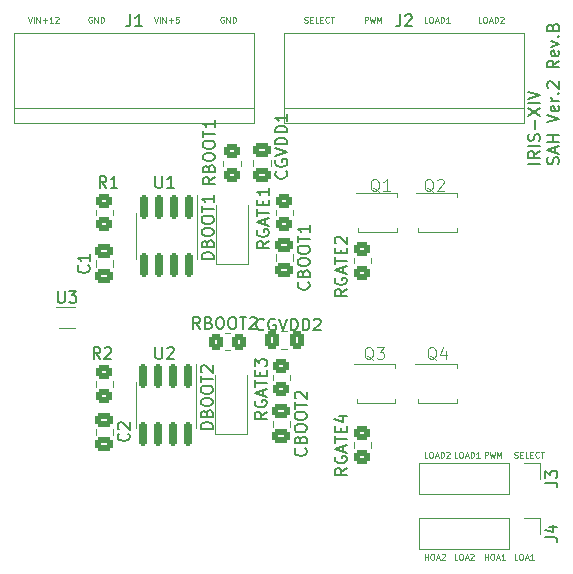
<source format=gto>
%TF.GenerationSoftware,KiCad,Pcbnew,7.0.10*%
%TF.CreationDate,2024-02-22T18:12:09-06:00*%
%TF.ProjectId,Sabertoothv2,53616265-7274-46f6-9f74-6876322e6b69,rev?*%
%TF.SameCoordinates,Original*%
%TF.FileFunction,Legend,Top*%
%TF.FilePolarity,Positive*%
%FSLAX46Y46*%
G04 Gerber Fmt 4.6, Leading zero omitted, Abs format (unit mm)*
G04 Created by KiCad (PCBNEW 7.0.10) date 2024-02-22 18:12:09*
%MOMM*%
%LPD*%
G01*
G04 APERTURE LIST*
G04 Aperture macros list*
%AMRoundRect*
0 Rectangle with rounded corners*
0 $1 Rounding radius*
0 $2 $3 $4 $5 $6 $7 $8 $9 X,Y pos of 4 corners*
0 Add a 4 corners polygon primitive as box body*
4,1,4,$2,$3,$4,$5,$6,$7,$8,$9,$2,$3,0*
0 Add four circle primitives for the rounded corners*
1,1,$1+$1,$2,$3*
1,1,$1+$1,$4,$5*
1,1,$1+$1,$6,$7*
1,1,$1+$1,$8,$9*
0 Add four rect primitives between the rounded corners*
20,1,$1+$1,$2,$3,$4,$5,0*
20,1,$1+$1,$4,$5,$6,$7,0*
20,1,$1+$1,$6,$7,$8,$9,0*
20,1,$1+$1,$8,$9,$2,$3,0*%
%AMFreePoly0*
4,1,21,1.372500,0.787500,0.862500,0.787500,0.862500,0.532500,1.372500,0.532500,1.372500,0.127500,0.862500,0.127500,0.862500,-0.127500,1.372500,-0.127500,1.372500,-0.532500,0.862500,-0.532500,0.862500,-0.787500,1.372500,-0.787500,1.372500,-1.195000,0.612500,-1.195000,0.612500,-1.117500,-0.862500,-1.117500,-0.862500,1.117500,0.612500,1.117500,0.612500,1.195000,1.372500,1.195000,
1.372500,0.787500,1.372500,0.787500,$1*%
G04 Aperture macros list end*
%ADD10C,0.100000*%
%ADD11C,0.153000*%
%ADD12C,0.150000*%
%ADD13C,0.120000*%
%ADD14RoundRect,0.250000X-0.475000X0.337500X-0.475000X-0.337500X0.475000X-0.337500X0.475000X0.337500X0*%
%ADD15RoundRect,0.150000X-0.150000X0.825000X-0.150000X-0.825000X0.150000X-0.825000X0.150000X0.825000X0*%
%ADD16R,3.000000X2.290000*%
%ADD17R,0.990000X0.405000*%
%ADD18FreePoly0,0.000000*%
%ADD19RoundRect,0.250000X0.450000X-0.350000X0.450000X0.350000X-0.450000X0.350000X-0.450000X-0.350000X0*%
%ADD20R,2.100000X1.400000*%
%ADD21RoundRect,0.250000X-0.450000X0.350000X-0.450000X-0.350000X0.450000X-0.350000X0.450000X0.350000X0*%
%ADD22R,3.000000X3.000000*%
%ADD23C,3.000000*%
%ADD24R,1.700000X1.700000*%
%ADD25O,1.700000X1.700000*%
%ADD26RoundRect,0.250000X0.337500X0.475000X-0.337500X0.475000X-0.337500X-0.475000X0.337500X-0.475000X0*%
%ADD27RoundRect,0.250000X0.350000X0.450000X-0.350000X0.450000X-0.350000X-0.450000X0.350000X-0.450000X0*%
%ADD28R,0.450000X0.300000*%
G04 APERTURE END LIST*
D10*
X60366931Y-25841609D02*
X60128836Y-25841609D01*
X60128836Y-25841609D02*
X60128836Y-25341609D01*
X60628836Y-25341609D02*
X60724074Y-25341609D01*
X60724074Y-25341609D02*
X60771693Y-25365419D01*
X60771693Y-25365419D02*
X60819312Y-25413038D01*
X60819312Y-25413038D02*
X60843122Y-25508276D01*
X60843122Y-25508276D02*
X60843122Y-25674942D01*
X60843122Y-25674942D02*
X60819312Y-25770180D01*
X60819312Y-25770180D02*
X60771693Y-25817800D01*
X60771693Y-25817800D02*
X60724074Y-25841609D01*
X60724074Y-25841609D02*
X60628836Y-25841609D01*
X60628836Y-25841609D02*
X60581217Y-25817800D01*
X60581217Y-25817800D02*
X60533598Y-25770180D01*
X60533598Y-25770180D02*
X60509789Y-25674942D01*
X60509789Y-25674942D02*
X60509789Y-25508276D01*
X60509789Y-25508276D02*
X60533598Y-25413038D01*
X60533598Y-25413038D02*
X60581217Y-25365419D01*
X60581217Y-25365419D02*
X60628836Y-25341609D01*
X61033599Y-25698752D02*
X61271694Y-25698752D01*
X60985980Y-25841609D02*
X61152646Y-25341609D01*
X61152646Y-25341609D02*
X61319313Y-25841609D01*
X61485979Y-25841609D02*
X61485979Y-25341609D01*
X61485979Y-25341609D02*
X61605027Y-25341609D01*
X61605027Y-25341609D02*
X61676455Y-25365419D01*
X61676455Y-25365419D02*
X61724074Y-25413038D01*
X61724074Y-25413038D02*
X61747884Y-25460657D01*
X61747884Y-25460657D02*
X61771693Y-25555895D01*
X61771693Y-25555895D02*
X61771693Y-25627323D01*
X61771693Y-25627323D02*
X61747884Y-25722561D01*
X61747884Y-25722561D02*
X61724074Y-25770180D01*
X61724074Y-25770180D02*
X61676455Y-25817800D01*
X61676455Y-25817800D02*
X61605027Y-25841609D01*
X61605027Y-25841609D02*
X61485979Y-25841609D01*
X62247884Y-25841609D02*
X61962170Y-25841609D01*
X62105027Y-25841609D02*
X62105027Y-25341609D01*
X62105027Y-25341609D02*
X62057408Y-25413038D01*
X62057408Y-25413038D02*
X62009789Y-25460657D01*
X62009789Y-25460657D02*
X61962170Y-25484466D01*
X62906931Y-71307609D02*
X62668836Y-71307609D01*
X62668836Y-71307609D02*
X62668836Y-70807609D01*
X63168836Y-70807609D02*
X63264074Y-70807609D01*
X63264074Y-70807609D02*
X63311693Y-70831419D01*
X63311693Y-70831419D02*
X63359312Y-70879038D01*
X63359312Y-70879038D02*
X63383122Y-70974276D01*
X63383122Y-70974276D02*
X63383122Y-71140942D01*
X63383122Y-71140942D02*
X63359312Y-71236180D01*
X63359312Y-71236180D02*
X63311693Y-71283800D01*
X63311693Y-71283800D02*
X63264074Y-71307609D01*
X63264074Y-71307609D02*
X63168836Y-71307609D01*
X63168836Y-71307609D02*
X63121217Y-71283800D01*
X63121217Y-71283800D02*
X63073598Y-71236180D01*
X63073598Y-71236180D02*
X63049789Y-71140942D01*
X63049789Y-71140942D02*
X63049789Y-70974276D01*
X63049789Y-70974276D02*
X63073598Y-70879038D01*
X63073598Y-70879038D02*
X63121217Y-70831419D01*
X63121217Y-70831419D02*
X63168836Y-70807609D01*
X63573599Y-71164752D02*
X63811694Y-71164752D01*
X63525980Y-71307609D02*
X63692646Y-70807609D01*
X63692646Y-70807609D02*
X63859313Y-71307609D01*
X64002170Y-70855228D02*
X64025979Y-70831419D01*
X64025979Y-70831419D02*
X64073598Y-70807609D01*
X64073598Y-70807609D02*
X64192646Y-70807609D01*
X64192646Y-70807609D02*
X64240265Y-70831419D01*
X64240265Y-70831419D02*
X64264074Y-70855228D01*
X64264074Y-70855228D02*
X64287884Y-70902847D01*
X64287884Y-70902847D02*
X64287884Y-70950466D01*
X64287884Y-70950466D02*
X64264074Y-71021895D01*
X64264074Y-71021895D02*
X63978360Y-71307609D01*
X63978360Y-71307609D02*
X64287884Y-71307609D01*
X65208836Y-71307609D02*
X65208836Y-70807609D01*
X65208836Y-71045704D02*
X65494550Y-71045704D01*
X65494550Y-71307609D02*
X65494550Y-70807609D01*
X65827884Y-70807609D02*
X65923122Y-70807609D01*
X65923122Y-70807609D02*
X65970741Y-70831419D01*
X65970741Y-70831419D02*
X66018360Y-70879038D01*
X66018360Y-70879038D02*
X66042170Y-70974276D01*
X66042170Y-70974276D02*
X66042170Y-71140942D01*
X66042170Y-71140942D02*
X66018360Y-71236180D01*
X66018360Y-71236180D02*
X65970741Y-71283800D01*
X65970741Y-71283800D02*
X65923122Y-71307609D01*
X65923122Y-71307609D02*
X65827884Y-71307609D01*
X65827884Y-71307609D02*
X65780265Y-71283800D01*
X65780265Y-71283800D02*
X65732646Y-71236180D01*
X65732646Y-71236180D02*
X65708837Y-71140942D01*
X65708837Y-71140942D02*
X65708837Y-70974276D01*
X65708837Y-70974276D02*
X65732646Y-70879038D01*
X65732646Y-70879038D02*
X65780265Y-70831419D01*
X65780265Y-70831419D02*
X65827884Y-70807609D01*
X66232647Y-71164752D02*
X66470742Y-71164752D01*
X66185028Y-71307609D02*
X66351694Y-70807609D01*
X66351694Y-70807609D02*
X66518361Y-71307609D01*
X66946932Y-71307609D02*
X66661218Y-71307609D01*
X66804075Y-71307609D02*
X66804075Y-70807609D01*
X66804075Y-70807609D02*
X66756456Y-70879038D01*
X66756456Y-70879038D02*
X66708837Y-70926657D01*
X66708837Y-70926657D02*
X66661218Y-70950466D01*
X60128836Y-71307609D02*
X60128836Y-70807609D01*
X60128836Y-71045704D02*
X60414550Y-71045704D01*
X60414550Y-71307609D02*
X60414550Y-70807609D01*
X60747884Y-70807609D02*
X60843122Y-70807609D01*
X60843122Y-70807609D02*
X60890741Y-70831419D01*
X60890741Y-70831419D02*
X60938360Y-70879038D01*
X60938360Y-70879038D02*
X60962170Y-70974276D01*
X60962170Y-70974276D02*
X60962170Y-71140942D01*
X60962170Y-71140942D02*
X60938360Y-71236180D01*
X60938360Y-71236180D02*
X60890741Y-71283800D01*
X60890741Y-71283800D02*
X60843122Y-71307609D01*
X60843122Y-71307609D02*
X60747884Y-71307609D01*
X60747884Y-71307609D02*
X60700265Y-71283800D01*
X60700265Y-71283800D02*
X60652646Y-71236180D01*
X60652646Y-71236180D02*
X60628837Y-71140942D01*
X60628837Y-71140942D02*
X60628837Y-70974276D01*
X60628837Y-70974276D02*
X60652646Y-70879038D01*
X60652646Y-70879038D02*
X60700265Y-70831419D01*
X60700265Y-70831419D02*
X60747884Y-70807609D01*
X61152647Y-71164752D02*
X61390742Y-71164752D01*
X61105028Y-71307609D02*
X61271694Y-70807609D01*
X61271694Y-70807609D02*
X61438361Y-71307609D01*
X61581218Y-70855228D02*
X61605027Y-70831419D01*
X61605027Y-70831419D02*
X61652646Y-70807609D01*
X61652646Y-70807609D02*
X61771694Y-70807609D01*
X61771694Y-70807609D02*
X61819313Y-70831419D01*
X61819313Y-70831419D02*
X61843122Y-70855228D01*
X61843122Y-70855228D02*
X61866932Y-70902847D01*
X61866932Y-70902847D02*
X61866932Y-70950466D01*
X61866932Y-70950466D02*
X61843122Y-71021895D01*
X61843122Y-71021895D02*
X61557408Y-71307609D01*
X61557408Y-71307609D02*
X61866932Y-71307609D01*
X65208836Y-62671609D02*
X65208836Y-62171609D01*
X65208836Y-62171609D02*
X65399312Y-62171609D01*
X65399312Y-62171609D02*
X65446931Y-62195419D01*
X65446931Y-62195419D02*
X65470741Y-62219228D01*
X65470741Y-62219228D02*
X65494550Y-62266847D01*
X65494550Y-62266847D02*
X65494550Y-62338276D01*
X65494550Y-62338276D02*
X65470741Y-62385895D01*
X65470741Y-62385895D02*
X65446931Y-62409704D01*
X65446931Y-62409704D02*
X65399312Y-62433514D01*
X65399312Y-62433514D02*
X65208836Y-62433514D01*
X65661217Y-62171609D02*
X65780265Y-62671609D01*
X65780265Y-62671609D02*
X65875503Y-62314466D01*
X65875503Y-62314466D02*
X65970741Y-62671609D01*
X65970741Y-62671609D02*
X66089789Y-62171609D01*
X66280265Y-62671609D02*
X66280265Y-62171609D01*
X66280265Y-62171609D02*
X66446932Y-62528752D01*
X66446932Y-62528752D02*
X66613598Y-62171609D01*
X66613598Y-62171609D02*
X66613598Y-62671609D01*
X49945027Y-25817800D02*
X50016455Y-25841609D01*
X50016455Y-25841609D02*
X50135503Y-25841609D01*
X50135503Y-25841609D02*
X50183122Y-25817800D01*
X50183122Y-25817800D02*
X50206931Y-25793990D01*
X50206931Y-25793990D02*
X50230741Y-25746371D01*
X50230741Y-25746371D02*
X50230741Y-25698752D01*
X50230741Y-25698752D02*
X50206931Y-25651133D01*
X50206931Y-25651133D02*
X50183122Y-25627323D01*
X50183122Y-25627323D02*
X50135503Y-25603514D01*
X50135503Y-25603514D02*
X50040265Y-25579704D01*
X50040265Y-25579704D02*
X49992646Y-25555895D01*
X49992646Y-25555895D02*
X49968836Y-25532085D01*
X49968836Y-25532085D02*
X49945027Y-25484466D01*
X49945027Y-25484466D02*
X49945027Y-25436847D01*
X49945027Y-25436847D02*
X49968836Y-25389228D01*
X49968836Y-25389228D02*
X49992646Y-25365419D01*
X49992646Y-25365419D02*
X50040265Y-25341609D01*
X50040265Y-25341609D02*
X50159312Y-25341609D01*
X50159312Y-25341609D02*
X50230741Y-25365419D01*
X50445026Y-25579704D02*
X50611693Y-25579704D01*
X50683121Y-25841609D02*
X50445026Y-25841609D01*
X50445026Y-25841609D02*
X50445026Y-25341609D01*
X50445026Y-25341609D02*
X50683121Y-25341609D01*
X51135502Y-25841609D02*
X50897407Y-25841609D01*
X50897407Y-25841609D02*
X50897407Y-25341609D01*
X51302169Y-25579704D02*
X51468836Y-25579704D01*
X51540264Y-25841609D02*
X51302169Y-25841609D01*
X51302169Y-25841609D02*
X51302169Y-25341609D01*
X51302169Y-25341609D02*
X51540264Y-25341609D01*
X52040264Y-25793990D02*
X52016455Y-25817800D01*
X52016455Y-25817800D02*
X51945026Y-25841609D01*
X51945026Y-25841609D02*
X51897407Y-25841609D01*
X51897407Y-25841609D02*
X51825979Y-25817800D01*
X51825979Y-25817800D02*
X51778360Y-25770180D01*
X51778360Y-25770180D02*
X51754550Y-25722561D01*
X51754550Y-25722561D02*
X51730741Y-25627323D01*
X51730741Y-25627323D02*
X51730741Y-25555895D01*
X51730741Y-25555895D02*
X51754550Y-25460657D01*
X51754550Y-25460657D02*
X51778360Y-25413038D01*
X51778360Y-25413038D02*
X51825979Y-25365419D01*
X51825979Y-25365419D02*
X51897407Y-25341609D01*
X51897407Y-25341609D02*
X51945026Y-25341609D01*
X51945026Y-25341609D02*
X52016455Y-25365419D01*
X52016455Y-25365419D02*
X52040264Y-25389228D01*
X52183122Y-25341609D02*
X52468836Y-25341609D01*
X52325979Y-25841609D02*
X52325979Y-25341609D01*
X67725027Y-62647800D02*
X67796455Y-62671609D01*
X67796455Y-62671609D02*
X67915503Y-62671609D01*
X67915503Y-62671609D02*
X67963122Y-62647800D01*
X67963122Y-62647800D02*
X67986931Y-62623990D01*
X67986931Y-62623990D02*
X68010741Y-62576371D01*
X68010741Y-62576371D02*
X68010741Y-62528752D01*
X68010741Y-62528752D02*
X67986931Y-62481133D01*
X67986931Y-62481133D02*
X67963122Y-62457323D01*
X67963122Y-62457323D02*
X67915503Y-62433514D01*
X67915503Y-62433514D02*
X67820265Y-62409704D01*
X67820265Y-62409704D02*
X67772646Y-62385895D01*
X67772646Y-62385895D02*
X67748836Y-62362085D01*
X67748836Y-62362085D02*
X67725027Y-62314466D01*
X67725027Y-62314466D02*
X67725027Y-62266847D01*
X67725027Y-62266847D02*
X67748836Y-62219228D01*
X67748836Y-62219228D02*
X67772646Y-62195419D01*
X67772646Y-62195419D02*
X67820265Y-62171609D01*
X67820265Y-62171609D02*
X67939312Y-62171609D01*
X67939312Y-62171609D02*
X68010741Y-62195419D01*
X68225026Y-62409704D02*
X68391693Y-62409704D01*
X68463121Y-62671609D02*
X68225026Y-62671609D01*
X68225026Y-62671609D02*
X68225026Y-62171609D01*
X68225026Y-62171609D02*
X68463121Y-62171609D01*
X68915502Y-62671609D02*
X68677407Y-62671609D01*
X68677407Y-62671609D02*
X68677407Y-62171609D01*
X69082169Y-62409704D02*
X69248836Y-62409704D01*
X69320264Y-62671609D02*
X69082169Y-62671609D01*
X69082169Y-62671609D02*
X69082169Y-62171609D01*
X69082169Y-62171609D02*
X69320264Y-62171609D01*
X69820264Y-62623990D02*
X69796455Y-62647800D01*
X69796455Y-62647800D02*
X69725026Y-62671609D01*
X69725026Y-62671609D02*
X69677407Y-62671609D01*
X69677407Y-62671609D02*
X69605979Y-62647800D01*
X69605979Y-62647800D02*
X69558360Y-62600180D01*
X69558360Y-62600180D02*
X69534550Y-62552561D01*
X69534550Y-62552561D02*
X69510741Y-62457323D01*
X69510741Y-62457323D02*
X69510741Y-62385895D01*
X69510741Y-62385895D02*
X69534550Y-62290657D01*
X69534550Y-62290657D02*
X69558360Y-62243038D01*
X69558360Y-62243038D02*
X69605979Y-62195419D01*
X69605979Y-62195419D02*
X69677407Y-62171609D01*
X69677407Y-62171609D02*
X69725026Y-62171609D01*
X69725026Y-62171609D02*
X69796455Y-62195419D01*
X69796455Y-62195419D02*
X69820264Y-62219228D01*
X69963122Y-62171609D02*
X70248836Y-62171609D01*
X70105979Y-62671609D02*
X70105979Y-62171609D01*
D11*
X69887663Y-37761247D02*
X68887663Y-37761247D01*
X69887663Y-36713629D02*
X69411472Y-37046962D01*
X69887663Y-37285057D02*
X68887663Y-37285057D01*
X68887663Y-37285057D02*
X68887663Y-36904105D01*
X68887663Y-36904105D02*
X68935282Y-36808867D01*
X68935282Y-36808867D02*
X68982901Y-36761248D01*
X68982901Y-36761248D02*
X69078139Y-36713629D01*
X69078139Y-36713629D02*
X69220996Y-36713629D01*
X69220996Y-36713629D02*
X69316234Y-36761248D01*
X69316234Y-36761248D02*
X69363853Y-36808867D01*
X69363853Y-36808867D02*
X69411472Y-36904105D01*
X69411472Y-36904105D02*
X69411472Y-37285057D01*
X69887663Y-36285057D02*
X68887663Y-36285057D01*
X69840044Y-35856486D02*
X69887663Y-35713629D01*
X69887663Y-35713629D02*
X69887663Y-35475534D01*
X69887663Y-35475534D02*
X69840044Y-35380296D01*
X69840044Y-35380296D02*
X69792424Y-35332677D01*
X69792424Y-35332677D02*
X69697186Y-35285058D01*
X69697186Y-35285058D02*
X69601948Y-35285058D01*
X69601948Y-35285058D02*
X69506710Y-35332677D01*
X69506710Y-35332677D02*
X69459091Y-35380296D01*
X69459091Y-35380296D02*
X69411472Y-35475534D01*
X69411472Y-35475534D02*
X69363853Y-35666010D01*
X69363853Y-35666010D02*
X69316234Y-35761248D01*
X69316234Y-35761248D02*
X69268615Y-35808867D01*
X69268615Y-35808867D02*
X69173377Y-35856486D01*
X69173377Y-35856486D02*
X69078139Y-35856486D01*
X69078139Y-35856486D02*
X68982901Y-35808867D01*
X68982901Y-35808867D02*
X68935282Y-35761248D01*
X68935282Y-35761248D02*
X68887663Y-35666010D01*
X68887663Y-35666010D02*
X68887663Y-35427915D01*
X68887663Y-35427915D02*
X68935282Y-35285058D01*
X69506710Y-34856486D02*
X69506710Y-34094582D01*
X68887663Y-33713629D02*
X69887663Y-33046963D01*
X68887663Y-33046963D02*
X69887663Y-33713629D01*
X69887663Y-32666010D02*
X68887663Y-32666010D01*
X68887663Y-32332677D02*
X69887663Y-31999344D01*
X69887663Y-31999344D02*
X68887663Y-31666011D01*
X71450044Y-37808866D02*
X71497663Y-37666009D01*
X71497663Y-37666009D02*
X71497663Y-37427914D01*
X71497663Y-37427914D02*
X71450044Y-37332676D01*
X71450044Y-37332676D02*
X71402424Y-37285057D01*
X71402424Y-37285057D02*
X71307186Y-37237438D01*
X71307186Y-37237438D02*
X71211948Y-37237438D01*
X71211948Y-37237438D02*
X71116710Y-37285057D01*
X71116710Y-37285057D02*
X71069091Y-37332676D01*
X71069091Y-37332676D02*
X71021472Y-37427914D01*
X71021472Y-37427914D02*
X70973853Y-37618390D01*
X70973853Y-37618390D02*
X70926234Y-37713628D01*
X70926234Y-37713628D02*
X70878615Y-37761247D01*
X70878615Y-37761247D02*
X70783377Y-37808866D01*
X70783377Y-37808866D02*
X70688139Y-37808866D01*
X70688139Y-37808866D02*
X70592901Y-37761247D01*
X70592901Y-37761247D02*
X70545282Y-37713628D01*
X70545282Y-37713628D02*
X70497663Y-37618390D01*
X70497663Y-37618390D02*
X70497663Y-37380295D01*
X70497663Y-37380295D02*
X70545282Y-37237438D01*
X71211948Y-36856485D02*
X71211948Y-36380295D01*
X71497663Y-36951723D02*
X70497663Y-36618390D01*
X70497663Y-36618390D02*
X71497663Y-36285057D01*
X71497663Y-35951723D02*
X70497663Y-35951723D01*
X70973853Y-35951723D02*
X70973853Y-35380295D01*
X71497663Y-35380295D02*
X70497663Y-35380295D01*
X70497663Y-34285056D02*
X71497663Y-33951723D01*
X71497663Y-33951723D02*
X70497663Y-33618390D01*
X71450044Y-32904104D02*
X71497663Y-32999342D01*
X71497663Y-32999342D02*
X71497663Y-33189818D01*
X71497663Y-33189818D02*
X71450044Y-33285056D01*
X71450044Y-33285056D02*
X71354805Y-33332675D01*
X71354805Y-33332675D02*
X70973853Y-33332675D01*
X70973853Y-33332675D02*
X70878615Y-33285056D01*
X70878615Y-33285056D02*
X70830996Y-33189818D01*
X70830996Y-33189818D02*
X70830996Y-32999342D01*
X70830996Y-32999342D02*
X70878615Y-32904104D01*
X70878615Y-32904104D02*
X70973853Y-32856485D01*
X70973853Y-32856485D02*
X71069091Y-32856485D01*
X71069091Y-32856485D02*
X71164329Y-33332675D01*
X71497663Y-32427913D02*
X70830996Y-32427913D01*
X71021472Y-32427913D02*
X70926234Y-32380294D01*
X70926234Y-32380294D02*
X70878615Y-32332675D01*
X70878615Y-32332675D02*
X70830996Y-32237437D01*
X70830996Y-32237437D02*
X70830996Y-32142199D01*
X71402424Y-31808865D02*
X71450044Y-31761246D01*
X71450044Y-31761246D02*
X71497663Y-31808865D01*
X71497663Y-31808865D02*
X71450044Y-31856484D01*
X71450044Y-31856484D02*
X71402424Y-31808865D01*
X71402424Y-31808865D02*
X71497663Y-31808865D01*
X70592901Y-31380294D02*
X70545282Y-31332675D01*
X70545282Y-31332675D02*
X70497663Y-31237437D01*
X70497663Y-31237437D02*
X70497663Y-30999342D01*
X70497663Y-30999342D02*
X70545282Y-30904104D01*
X70545282Y-30904104D02*
X70592901Y-30856485D01*
X70592901Y-30856485D02*
X70688139Y-30808866D01*
X70688139Y-30808866D02*
X70783377Y-30808866D01*
X70783377Y-30808866D02*
X70926234Y-30856485D01*
X70926234Y-30856485D02*
X71497663Y-31427913D01*
X71497663Y-31427913D02*
X71497663Y-30808866D01*
X71497663Y-29046961D02*
X71021472Y-29380294D01*
X71497663Y-29618389D02*
X70497663Y-29618389D01*
X70497663Y-29618389D02*
X70497663Y-29237437D01*
X70497663Y-29237437D02*
X70545282Y-29142199D01*
X70545282Y-29142199D02*
X70592901Y-29094580D01*
X70592901Y-29094580D02*
X70688139Y-29046961D01*
X70688139Y-29046961D02*
X70830996Y-29046961D01*
X70830996Y-29046961D02*
X70926234Y-29094580D01*
X70926234Y-29094580D02*
X70973853Y-29142199D01*
X70973853Y-29142199D02*
X71021472Y-29237437D01*
X71021472Y-29237437D02*
X71021472Y-29618389D01*
X71450044Y-28237437D02*
X71497663Y-28332675D01*
X71497663Y-28332675D02*
X71497663Y-28523151D01*
X71497663Y-28523151D02*
X71450044Y-28618389D01*
X71450044Y-28618389D02*
X71354805Y-28666008D01*
X71354805Y-28666008D02*
X70973853Y-28666008D01*
X70973853Y-28666008D02*
X70878615Y-28618389D01*
X70878615Y-28618389D02*
X70830996Y-28523151D01*
X70830996Y-28523151D02*
X70830996Y-28332675D01*
X70830996Y-28332675D02*
X70878615Y-28237437D01*
X70878615Y-28237437D02*
X70973853Y-28189818D01*
X70973853Y-28189818D02*
X71069091Y-28189818D01*
X71069091Y-28189818D02*
X71164329Y-28666008D01*
X70830996Y-27856484D02*
X71497663Y-27618389D01*
X71497663Y-27618389D02*
X70830996Y-27380294D01*
X71402424Y-26999341D02*
X71450044Y-26951722D01*
X71450044Y-26951722D02*
X71497663Y-26999341D01*
X71497663Y-26999341D02*
X71450044Y-27046960D01*
X71450044Y-27046960D02*
X71402424Y-26999341D01*
X71402424Y-26999341D02*
X71497663Y-26999341D01*
X70973853Y-26189818D02*
X71021472Y-26046961D01*
X71021472Y-26046961D02*
X71069091Y-25999342D01*
X71069091Y-25999342D02*
X71164329Y-25951723D01*
X71164329Y-25951723D02*
X71307186Y-25951723D01*
X71307186Y-25951723D02*
X71402424Y-25999342D01*
X71402424Y-25999342D02*
X71450044Y-26046961D01*
X71450044Y-26046961D02*
X71497663Y-26142199D01*
X71497663Y-26142199D02*
X71497663Y-26523151D01*
X71497663Y-26523151D02*
X70497663Y-26523151D01*
X70497663Y-26523151D02*
X70497663Y-26189818D01*
X70497663Y-26189818D02*
X70545282Y-26094580D01*
X70545282Y-26094580D02*
X70592901Y-26046961D01*
X70592901Y-26046961D02*
X70688139Y-25999342D01*
X70688139Y-25999342D02*
X70783377Y-25999342D01*
X70783377Y-25999342D02*
X70878615Y-26046961D01*
X70878615Y-26046961D02*
X70926234Y-26094580D01*
X70926234Y-26094580D02*
X70973853Y-26189818D01*
X70973853Y-26189818D02*
X70973853Y-26523151D01*
D10*
X67986931Y-71307609D02*
X67748836Y-71307609D01*
X67748836Y-71307609D02*
X67748836Y-70807609D01*
X68248836Y-70807609D02*
X68344074Y-70807609D01*
X68344074Y-70807609D02*
X68391693Y-70831419D01*
X68391693Y-70831419D02*
X68439312Y-70879038D01*
X68439312Y-70879038D02*
X68463122Y-70974276D01*
X68463122Y-70974276D02*
X68463122Y-71140942D01*
X68463122Y-71140942D02*
X68439312Y-71236180D01*
X68439312Y-71236180D02*
X68391693Y-71283800D01*
X68391693Y-71283800D02*
X68344074Y-71307609D01*
X68344074Y-71307609D02*
X68248836Y-71307609D01*
X68248836Y-71307609D02*
X68201217Y-71283800D01*
X68201217Y-71283800D02*
X68153598Y-71236180D01*
X68153598Y-71236180D02*
X68129789Y-71140942D01*
X68129789Y-71140942D02*
X68129789Y-70974276D01*
X68129789Y-70974276D02*
X68153598Y-70879038D01*
X68153598Y-70879038D02*
X68201217Y-70831419D01*
X68201217Y-70831419D02*
X68248836Y-70807609D01*
X68653599Y-71164752D02*
X68891694Y-71164752D01*
X68605980Y-71307609D02*
X68772646Y-70807609D01*
X68772646Y-70807609D02*
X68939313Y-71307609D01*
X69367884Y-71307609D02*
X69082170Y-71307609D01*
X69225027Y-71307609D02*
X69225027Y-70807609D01*
X69225027Y-70807609D02*
X69177408Y-70879038D01*
X69177408Y-70879038D02*
X69129789Y-70926657D01*
X69129789Y-70926657D02*
X69082170Y-70950466D01*
X37197408Y-25341609D02*
X37364074Y-25841609D01*
X37364074Y-25841609D02*
X37530741Y-25341609D01*
X37697407Y-25841609D02*
X37697407Y-25341609D01*
X37935502Y-25841609D02*
X37935502Y-25341609D01*
X37935502Y-25341609D02*
X38221216Y-25841609D01*
X38221216Y-25841609D02*
X38221216Y-25341609D01*
X38459312Y-25651133D02*
X38840265Y-25651133D01*
X38649788Y-25841609D02*
X38649788Y-25460657D01*
X39316455Y-25341609D02*
X39078360Y-25341609D01*
X39078360Y-25341609D02*
X39054551Y-25579704D01*
X39054551Y-25579704D02*
X39078360Y-25555895D01*
X39078360Y-25555895D02*
X39125979Y-25532085D01*
X39125979Y-25532085D02*
X39245027Y-25532085D01*
X39245027Y-25532085D02*
X39292646Y-25555895D01*
X39292646Y-25555895D02*
X39316455Y-25579704D01*
X39316455Y-25579704D02*
X39340265Y-25627323D01*
X39340265Y-25627323D02*
X39340265Y-25746371D01*
X39340265Y-25746371D02*
X39316455Y-25793990D01*
X39316455Y-25793990D02*
X39292646Y-25817800D01*
X39292646Y-25817800D02*
X39245027Y-25841609D01*
X39245027Y-25841609D02*
X39125979Y-25841609D01*
X39125979Y-25841609D02*
X39078360Y-25817800D01*
X39078360Y-25817800D02*
X39054551Y-25793990D01*
X62906931Y-62671609D02*
X62668836Y-62671609D01*
X62668836Y-62671609D02*
X62668836Y-62171609D01*
X63168836Y-62171609D02*
X63264074Y-62171609D01*
X63264074Y-62171609D02*
X63311693Y-62195419D01*
X63311693Y-62195419D02*
X63359312Y-62243038D01*
X63359312Y-62243038D02*
X63383122Y-62338276D01*
X63383122Y-62338276D02*
X63383122Y-62504942D01*
X63383122Y-62504942D02*
X63359312Y-62600180D01*
X63359312Y-62600180D02*
X63311693Y-62647800D01*
X63311693Y-62647800D02*
X63264074Y-62671609D01*
X63264074Y-62671609D02*
X63168836Y-62671609D01*
X63168836Y-62671609D02*
X63121217Y-62647800D01*
X63121217Y-62647800D02*
X63073598Y-62600180D01*
X63073598Y-62600180D02*
X63049789Y-62504942D01*
X63049789Y-62504942D02*
X63049789Y-62338276D01*
X63049789Y-62338276D02*
X63073598Y-62243038D01*
X63073598Y-62243038D02*
X63121217Y-62195419D01*
X63121217Y-62195419D02*
X63168836Y-62171609D01*
X63573599Y-62528752D02*
X63811694Y-62528752D01*
X63525980Y-62671609D02*
X63692646Y-62171609D01*
X63692646Y-62171609D02*
X63859313Y-62671609D01*
X64025979Y-62671609D02*
X64025979Y-62171609D01*
X64025979Y-62171609D02*
X64145027Y-62171609D01*
X64145027Y-62171609D02*
X64216455Y-62195419D01*
X64216455Y-62195419D02*
X64264074Y-62243038D01*
X64264074Y-62243038D02*
X64287884Y-62290657D01*
X64287884Y-62290657D02*
X64311693Y-62385895D01*
X64311693Y-62385895D02*
X64311693Y-62457323D01*
X64311693Y-62457323D02*
X64287884Y-62552561D01*
X64287884Y-62552561D02*
X64264074Y-62600180D01*
X64264074Y-62600180D02*
X64216455Y-62647800D01*
X64216455Y-62647800D02*
X64145027Y-62671609D01*
X64145027Y-62671609D02*
X64025979Y-62671609D01*
X64787884Y-62671609D02*
X64502170Y-62671609D01*
X64645027Y-62671609D02*
X64645027Y-62171609D01*
X64645027Y-62171609D02*
X64597408Y-62243038D01*
X64597408Y-62243038D02*
X64549789Y-62290657D01*
X64549789Y-62290657D02*
X64502170Y-62314466D01*
X31942741Y-25365419D02*
X31895122Y-25341609D01*
X31895122Y-25341609D02*
X31823693Y-25341609D01*
X31823693Y-25341609D02*
X31752265Y-25365419D01*
X31752265Y-25365419D02*
X31704646Y-25413038D01*
X31704646Y-25413038D02*
X31680836Y-25460657D01*
X31680836Y-25460657D02*
X31657027Y-25555895D01*
X31657027Y-25555895D02*
X31657027Y-25627323D01*
X31657027Y-25627323D02*
X31680836Y-25722561D01*
X31680836Y-25722561D02*
X31704646Y-25770180D01*
X31704646Y-25770180D02*
X31752265Y-25817800D01*
X31752265Y-25817800D02*
X31823693Y-25841609D01*
X31823693Y-25841609D02*
X31871312Y-25841609D01*
X31871312Y-25841609D02*
X31942741Y-25817800D01*
X31942741Y-25817800D02*
X31966550Y-25793990D01*
X31966550Y-25793990D02*
X31966550Y-25627323D01*
X31966550Y-25627323D02*
X31871312Y-25627323D01*
X32180836Y-25841609D02*
X32180836Y-25341609D01*
X32180836Y-25341609D02*
X32466550Y-25841609D01*
X32466550Y-25841609D02*
X32466550Y-25341609D01*
X32704646Y-25841609D02*
X32704646Y-25341609D01*
X32704646Y-25341609D02*
X32823694Y-25341609D01*
X32823694Y-25341609D02*
X32895122Y-25365419D01*
X32895122Y-25365419D02*
X32942741Y-25413038D01*
X32942741Y-25413038D02*
X32966551Y-25460657D01*
X32966551Y-25460657D02*
X32990360Y-25555895D01*
X32990360Y-25555895D02*
X32990360Y-25627323D01*
X32990360Y-25627323D02*
X32966551Y-25722561D01*
X32966551Y-25722561D02*
X32942741Y-25770180D01*
X32942741Y-25770180D02*
X32895122Y-25817800D01*
X32895122Y-25817800D02*
X32823694Y-25841609D01*
X32823694Y-25841609D02*
X32704646Y-25841609D01*
X26529408Y-25341609D02*
X26696074Y-25841609D01*
X26696074Y-25841609D02*
X26862741Y-25341609D01*
X27029407Y-25841609D02*
X27029407Y-25341609D01*
X27267502Y-25841609D02*
X27267502Y-25341609D01*
X27267502Y-25341609D02*
X27553216Y-25841609D01*
X27553216Y-25841609D02*
X27553216Y-25341609D01*
X27791312Y-25651133D02*
X28172265Y-25651133D01*
X27981788Y-25841609D02*
X27981788Y-25460657D01*
X28672265Y-25841609D02*
X28386551Y-25841609D01*
X28529408Y-25841609D02*
X28529408Y-25341609D01*
X28529408Y-25341609D02*
X28481789Y-25413038D01*
X28481789Y-25413038D02*
X28434170Y-25460657D01*
X28434170Y-25460657D02*
X28386551Y-25484466D01*
X28862741Y-25389228D02*
X28886550Y-25365419D01*
X28886550Y-25365419D02*
X28934169Y-25341609D01*
X28934169Y-25341609D02*
X29053217Y-25341609D01*
X29053217Y-25341609D02*
X29100836Y-25365419D01*
X29100836Y-25365419D02*
X29124645Y-25389228D01*
X29124645Y-25389228D02*
X29148455Y-25436847D01*
X29148455Y-25436847D02*
X29148455Y-25484466D01*
X29148455Y-25484466D02*
X29124645Y-25555895D01*
X29124645Y-25555895D02*
X28838931Y-25841609D01*
X28838931Y-25841609D02*
X29148455Y-25841609D01*
X64938931Y-25841609D02*
X64700836Y-25841609D01*
X64700836Y-25841609D02*
X64700836Y-25341609D01*
X65200836Y-25341609D02*
X65296074Y-25341609D01*
X65296074Y-25341609D02*
X65343693Y-25365419D01*
X65343693Y-25365419D02*
X65391312Y-25413038D01*
X65391312Y-25413038D02*
X65415122Y-25508276D01*
X65415122Y-25508276D02*
X65415122Y-25674942D01*
X65415122Y-25674942D02*
X65391312Y-25770180D01*
X65391312Y-25770180D02*
X65343693Y-25817800D01*
X65343693Y-25817800D02*
X65296074Y-25841609D01*
X65296074Y-25841609D02*
X65200836Y-25841609D01*
X65200836Y-25841609D02*
X65153217Y-25817800D01*
X65153217Y-25817800D02*
X65105598Y-25770180D01*
X65105598Y-25770180D02*
X65081789Y-25674942D01*
X65081789Y-25674942D02*
X65081789Y-25508276D01*
X65081789Y-25508276D02*
X65105598Y-25413038D01*
X65105598Y-25413038D02*
X65153217Y-25365419D01*
X65153217Y-25365419D02*
X65200836Y-25341609D01*
X65605599Y-25698752D02*
X65843694Y-25698752D01*
X65557980Y-25841609D02*
X65724646Y-25341609D01*
X65724646Y-25341609D02*
X65891313Y-25841609D01*
X66057979Y-25841609D02*
X66057979Y-25341609D01*
X66057979Y-25341609D02*
X66177027Y-25341609D01*
X66177027Y-25341609D02*
X66248455Y-25365419D01*
X66248455Y-25365419D02*
X66296074Y-25413038D01*
X66296074Y-25413038D02*
X66319884Y-25460657D01*
X66319884Y-25460657D02*
X66343693Y-25555895D01*
X66343693Y-25555895D02*
X66343693Y-25627323D01*
X66343693Y-25627323D02*
X66319884Y-25722561D01*
X66319884Y-25722561D02*
X66296074Y-25770180D01*
X66296074Y-25770180D02*
X66248455Y-25817800D01*
X66248455Y-25817800D02*
X66177027Y-25841609D01*
X66177027Y-25841609D02*
X66057979Y-25841609D01*
X66534170Y-25389228D02*
X66557979Y-25365419D01*
X66557979Y-25365419D02*
X66605598Y-25341609D01*
X66605598Y-25341609D02*
X66724646Y-25341609D01*
X66724646Y-25341609D02*
X66772265Y-25365419D01*
X66772265Y-25365419D02*
X66796074Y-25389228D01*
X66796074Y-25389228D02*
X66819884Y-25436847D01*
X66819884Y-25436847D02*
X66819884Y-25484466D01*
X66819884Y-25484466D02*
X66796074Y-25555895D01*
X66796074Y-25555895D02*
X66510360Y-25841609D01*
X66510360Y-25841609D02*
X66819884Y-25841609D01*
X55048836Y-25841609D02*
X55048836Y-25341609D01*
X55048836Y-25341609D02*
X55239312Y-25341609D01*
X55239312Y-25341609D02*
X55286931Y-25365419D01*
X55286931Y-25365419D02*
X55310741Y-25389228D01*
X55310741Y-25389228D02*
X55334550Y-25436847D01*
X55334550Y-25436847D02*
X55334550Y-25508276D01*
X55334550Y-25508276D02*
X55310741Y-25555895D01*
X55310741Y-25555895D02*
X55286931Y-25579704D01*
X55286931Y-25579704D02*
X55239312Y-25603514D01*
X55239312Y-25603514D02*
X55048836Y-25603514D01*
X55501217Y-25341609D02*
X55620265Y-25841609D01*
X55620265Y-25841609D02*
X55715503Y-25484466D01*
X55715503Y-25484466D02*
X55810741Y-25841609D01*
X55810741Y-25841609D02*
X55929789Y-25341609D01*
X56120265Y-25841609D02*
X56120265Y-25341609D01*
X56120265Y-25341609D02*
X56286932Y-25698752D01*
X56286932Y-25698752D02*
X56453598Y-25341609D01*
X56453598Y-25341609D02*
X56453598Y-25841609D01*
X60366931Y-62671609D02*
X60128836Y-62671609D01*
X60128836Y-62671609D02*
X60128836Y-62171609D01*
X60628836Y-62171609D02*
X60724074Y-62171609D01*
X60724074Y-62171609D02*
X60771693Y-62195419D01*
X60771693Y-62195419D02*
X60819312Y-62243038D01*
X60819312Y-62243038D02*
X60843122Y-62338276D01*
X60843122Y-62338276D02*
X60843122Y-62504942D01*
X60843122Y-62504942D02*
X60819312Y-62600180D01*
X60819312Y-62600180D02*
X60771693Y-62647800D01*
X60771693Y-62647800D02*
X60724074Y-62671609D01*
X60724074Y-62671609D02*
X60628836Y-62671609D01*
X60628836Y-62671609D02*
X60581217Y-62647800D01*
X60581217Y-62647800D02*
X60533598Y-62600180D01*
X60533598Y-62600180D02*
X60509789Y-62504942D01*
X60509789Y-62504942D02*
X60509789Y-62338276D01*
X60509789Y-62338276D02*
X60533598Y-62243038D01*
X60533598Y-62243038D02*
X60581217Y-62195419D01*
X60581217Y-62195419D02*
X60628836Y-62171609D01*
X61033599Y-62528752D02*
X61271694Y-62528752D01*
X60985980Y-62671609D02*
X61152646Y-62171609D01*
X61152646Y-62171609D02*
X61319313Y-62671609D01*
X61485979Y-62671609D02*
X61485979Y-62171609D01*
X61485979Y-62171609D02*
X61605027Y-62171609D01*
X61605027Y-62171609D02*
X61676455Y-62195419D01*
X61676455Y-62195419D02*
X61724074Y-62243038D01*
X61724074Y-62243038D02*
X61747884Y-62290657D01*
X61747884Y-62290657D02*
X61771693Y-62385895D01*
X61771693Y-62385895D02*
X61771693Y-62457323D01*
X61771693Y-62457323D02*
X61747884Y-62552561D01*
X61747884Y-62552561D02*
X61724074Y-62600180D01*
X61724074Y-62600180D02*
X61676455Y-62647800D01*
X61676455Y-62647800D02*
X61605027Y-62671609D01*
X61605027Y-62671609D02*
X61485979Y-62671609D01*
X61962170Y-62219228D02*
X61985979Y-62195419D01*
X61985979Y-62195419D02*
X62033598Y-62171609D01*
X62033598Y-62171609D02*
X62152646Y-62171609D01*
X62152646Y-62171609D02*
X62200265Y-62195419D01*
X62200265Y-62195419D02*
X62224074Y-62219228D01*
X62224074Y-62219228D02*
X62247884Y-62266847D01*
X62247884Y-62266847D02*
X62247884Y-62314466D01*
X62247884Y-62314466D02*
X62224074Y-62385895D01*
X62224074Y-62385895D02*
X61938360Y-62671609D01*
X61938360Y-62671609D02*
X62247884Y-62671609D01*
X43118741Y-25365419D02*
X43071122Y-25341609D01*
X43071122Y-25341609D02*
X42999693Y-25341609D01*
X42999693Y-25341609D02*
X42928265Y-25365419D01*
X42928265Y-25365419D02*
X42880646Y-25413038D01*
X42880646Y-25413038D02*
X42856836Y-25460657D01*
X42856836Y-25460657D02*
X42833027Y-25555895D01*
X42833027Y-25555895D02*
X42833027Y-25627323D01*
X42833027Y-25627323D02*
X42856836Y-25722561D01*
X42856836Y-25722561D02*
X42880646Y-25770180D01*
X42880646Y-25770180D02*
X42928265Y-25817800D01*
X42928265Y-25817800D02*
X42999693Y-25841609D01*
X42999693Y-25841609D02*
X43047312Y-25841609D01*
X43047312Y-25841609D02*
X43118741Y-25817800D01*
X43118741Y-25817800D02*
X43142550Y-25793990D01*
X43142550Y-25793990D02*
X43142550Y-25627323D01*
X43142550Y-25627323D02*
X43047312Y-25627323D01*
X43356836Y-25841609D02*
X43356836Y-25341609D01*
X43356836Y-25341609D02*
X43642550Y-25841609D01*
X43642550Y-25841609D02*
X43642550Y-25341609D01*
X43880646Y-25841609D02*
X43880646Y-25341609D01*
X43880646Y-25341609D02*
X43999694Y-25341609D01*
X43999694Y-25341609D02*
X44071122Y-25365419D01*
X44071122Y-25365419D02*
X44118741Y-25413038D01*
X44118741Y-25413038D02*
X44142551Y-25460657D01*
X44142551Y-25460657D02*
X44166360Y-25555895D01*
X44166360Y-25555895D02*
X44166360Y-25627323D01*
X44166360Y-25627323D02*
X44142551Y-25722561D01*
X44142551Y-25722561D02*
X44118741Y-25770180D01*
X44118741Y-25770180D02*
X44071122Y-25817800D01*
X44071122Y-25817800D02*
X43999694Y-25841609D01*
X43999694Y-25841609D02*
X43880646Y-25841609D01*
D12*
X31673580Y-46394666D02*
X31721200Y-46442285D01*
X31721200Y-46442285D02*
X31768819Y-46585142D01*
X31768819Y-46585142D02*
X31768819Y-46680380D01*
X31768819Y-46680380D02*
X31721200Y-46823237D01*
X31721200Y-46823237D02*
X31625961Y-46918475D01*
X31625961Y-46918475D02*
X31530723Y-46966094D01*
X31530723Y-46966094D02*
X31340247Y-47013713D01*
X31340247Y-47013713D02*
X31197390Y-47013713D01*
X31197390Y-47013713D02*
X31006914Y-46966094D01*
X31006914Y-46966094D02*
X30911676Y-46918475D01*
X30911676Y-46918475D02*
X30816438Y-46823237D01*
X30816438Y-46823237D02*
X30768819Y-46680380D01*
X30768819Y-46680380D02*
X30768819Y-46585142D01*
X30768819Y-46585142D02*
X30816438Y-46442285D01*
X30816438Y-46442285D02*
X30864057Y-46394666D01*
X31768819Y-45442285D02*
X31768819Y-46013713D01*
X31768819Y-45727999D02*
X30768819Y-45727999D01*
X30768819Y-45727999D02*
X30911676Y-45823237D01*
X30911676Y-45823237D02*
X31006914Y-45918475D01*
X31006914Y-45918475D02*
X31054533Y-46013713D01*
X50299580Y-47815238D02*
X50347200Y-47862857D01*
X50347200Y-47862857D02*
X50394819Y-48005714D01*
X50394819Y-48005714D02*
X50394819Y-48100952D01*
X50394819Y-48100952D02*
X50347200Y-48243809D01*
X50347200Y-48243809D02*
X50251961Y-48339047D01*
X50251961Y-48339047D02*
X50156723Y-48386666D01*
X50156723Y-48386666D02*
X49966247Y-48434285D01*
X49966247Y-48434285D02*
X49823390Y-48434285D01*
X49823390Y-48434285D02*
X49632914Y-48386666D01*
X49632914Y-48386666D02*
X49537676Y-48339047D01*
X49537676Y-48339047D02*
X49442438Y-48243809D01*
X49442438Y-48243809D02*
X49394819Y-48100952D01*
X49394819Y-48100952D02*
X49394819Y-48005714D01*
X49394819Y-48005714D02*
X49442438Y-47862857D01*
X49442438Y-47862857D02*
X49490057Y-47815238D01*
X49871009Y-47053333D02*
X49918628Y-46910476D01*
X49918628Y-46910476D02*
X49966247Y-46862857D01*
X49966247Y-46862857D02*
X50061485Y-46815238D01*
X50061485Y-46815238D02*
X50204342Y-46815238D01*
X50204342Y-46815238D02*
X50299580Y-46862857D01*
X50299580Y-46862857D02*
X50347200Y-46910476D01*
X50347200Y-46910476D02*
X50394819Y-47005714D01*
X50394819Y-47005714D02*
X50394819Y-47386666D01*
X50394819Y-47386666D02*
X49394819Y-47386666D01*
X49394819Y-47386666D02*
X49394819Y-47053333D01*
X49394819Y-47053333D02*
X49442438Y-46958095D01*
X49442438Y-46958095D02*
X49490057Y-46910476D01*
X49490057Y-46910476D02*
X49585295Y-46862857D01*
X49585295Y-46862857D02*
X49680533Y-46862857D01*
X49680533Y-46862857D02*
X49775771Y-46910476D01*
X49775771Y-46910476D02*
X49823390Y-46958095D01*
X49823390Y-46958095D02*
X49871009Y-47053333D01*
X49871009Y-47053333D02*
X49871009Y-47386666D01*
X49394819Y-46196190D02*
X49394819Y-46005714D01*
X49394819Y-46005714D02*
X49442438Y-45910476D01*
X49442438Y-45910476D02*
X49537676Y-45815238D01*
X49537676Y-45815238D02*
X49728152Y-45767619D01*
X49728152Y-45767619D02*
X50061485Y-45767619D01*
X50061485Y-45767619D02*
X50251961Y-45815238D01*
X50251961Y-45815238D02*
X50347200Y-45910476D01*
X50347200Y-45910476D02*
X50394819Y-46005714D01*
X50394819Y-46005714D02*
X50394819Y-46196190D01*
X50394819Y-46196190D02*
X50347200Y-46291428D01*
X50347200Y-46291428D02*
X50251961Y-46386666D01*
X50251961Y-46386666D02*
X50061485Y-46434285D01*
X50061485Y-46434285D02*
X49728152Y-46434285D01*
X49728152Y-46434285D02*
X49537676Y-46386666D01*
X49537676Y-46386666D02*
X49442438Y-46291428D01*
X49442438Y-46291428D02*
X49394819Y-46196190D01*
X49394819Y-45148571D02*
X49394819Y-44958095D01*
X49394819Y-44958095D02*
X49442438Y-44862857D01*
X49442438Y-44862857D02*
X49537676Y-44767619D01*
X49537676Y-44767619D02*
X49728152Y-44720000D01*
X49728152Y-44720000D02*
X50061485Y-44720000D01*
X50061485Y-44720000D02*
X50251961Y-44767619D01*
X50251961Y-44767619D02*
X50347200Y-44862857D01*
X50347200Y-44862857D02*
X50394819Y-44958095D01*
X50394819Y-44958095D02*
X50394819Y-45148571D01*
X50394819Y-45148571D02*
X50347200Y-45243809D01*
X50347200Y-45243809D02*
X50251961Y-45339047D01*
X50251961Y-45339047D02*
X50061485Y-45386666D01*
X50061485Y-45386666D02*
X49728152Y-45386666D01*
X49728152Y-45386666D02*
X49537676Y-45339047D01*
X49537676Y-45339047D02*
X49442438Y-45243809D01*
X49442438Y-45243809D02*
X49394819Y-45148571D01*
X49394819Y-44434285D02*
X49394819Y-43862857D01*
X50394819Y-44148571D02*
X49394819Y-44148571D01*
X50394819Y-43005714D02*
X50394819Y-43577142D01*
X50394819Y-43291428D02*
X49394819Y-43291428D01*
X49394819Y-43291428D02*
X49537676Y-43386666D01*
X49537676Y-43386666D02*
X49632914Y-43481904D01*
X49632914Y-43481904D02*
X49680533Y-43577142D01*
X37338095Y-53302819D02*
X37338095Y-54112342D01*
X37338095Y-54112342D02*
X37385714Y-54207580D01*
X37385714Y-54207580D02*
X37433333Y-54255200D01*
X37433333Y-54255200D02*
X37528571Y-54302819D01*
X37528571Y-54302819D02*
X37719047Y-54302819D01*
X37719047Y-54302819D02*
X37814285Y-54255200D01*
X37814285Y-54255200D02*
X37861904Y-54207580D01*
X37861904Y-54207580D02*
X37909523Y-54112342D01*
X37909523Y-54112342D02*
X37909523Y-53302819D01*
X38338095Y-53398057D02*
X38385714Y-53350438D01*
X38385714Y-53350438D02*
X38480952Y-53302819D01*
X38480952Y-53302819D02*
X38719047Y-53302819D01*
X38719047Y-53302819D02*
X38814285Y-53350438D01*
X38814285Y-53350438D02*
X38861904Y-53398057D01*
X38861904Y-53398057D02*
X38909523Y-53493295D01*
X38909523Y-53493295D02*
X38909523Y-53588533D01*
X38909523Y-53588533D02*
X38861904Y-53731390D01*
X38861904Y-53731390D02*
X38290476Y-54302819D01*
X38290476Y-54302819D02*
X38909523Y-54302819D01*
D10*
X55784761Y-54400657D02*
X55689523Y-54353038D01*
X55689523Y-54353038D02*
X55594285Y-54257800D01*
X55594285Y-54257800D02*
X55451428Y-54114942D01*
X55451428Y-54114942D02*
X55356190Y-54067323D01*
X55356190Y-54067323D02*
X55260952Y-54067323D01*
X55308571Y-54305419D02*
X55213333Y-54257800D01*
X55213333Y-54257800D02*
X55118095Y-54162561D01*
X55118095Y-54162561D02*
X55070476Y-53972085D01*
X55070476Y-53972085D02*
X55070476Y-53638752D01*
X55070476Y-53638752D02*
X55118095Y-53448276D01*
X55118095Y-53448276D02*
X55213333Y-53353038D01*
X55213333Y-53353038D02*
X55308571Y-53305419D01*
X55308571Y-53305419D02*
X55499047Y-53305419D01*
X55499047Y-53305419D02*
X55594285Y-53353038D01*
X55594285Y-53353038D02*
X55689523Y-53448276D01*
X55689523Y-53448276D02*
X55737142Y-53638752D01*
X55737142Y-53638752D02*
X55737142Y-53972085D01*
X55737142Y-53972085D02*
X55689523Y-54162561D01*
X55689523Y-54162561D02*
X55594285Y-54257800D01*
X55594285Y-54257800D02*
X55499047Y-54305419D01*
X55499047Y-54305419D02*
X55308571Y-54305419D01*
X56070476Y-53305419D02*
X56689523Y-53305419D01*
X56689523Y-53305419D02*
X56356190Y-53686371D01*
X56356190Y-53686371D02*
X56499047Y-53686371D01*
X56499047Y-53686371D02*
X56594285Y-53733990D01*
X56594285Y-53733990D02*
X56641904Y-53781609D01*
X56641904Y-53781609D02*
X56689523Y-53876847D01*
X56689523Y-53876847D02*
X56689523Y-54114942D01*
X56689523Y-54114942D02*
X56641904Y-54210180D01*
X56641904Y-54210180D02*
X56594285Y-54257800D01*
X56594285Y-54257800D02*
X56499047Y-54305419D01*
X56499047Y-54305419D02*
X56213333Y-54305419D01*
X56213333Y-54305419D02*
X56118095Y-54257800D01*
X56118095Y-54257800D02*
X56070476Y-54210180D01*
D12*
X53540819Y-48426571D02*
X53064628Y-48759904D01*
X53540819Y-48997999D02*
X52540819Y-48997999D01*
X52540819Y-48997999D02*
X52540819Y-48617047D01*
X52540819Y-48617047D02*
X52588438Y-48521809D01*
X52588438Y-48521809D02*
X52636057Y-48474190D01*
X52636057Y-48474190D02*
X52731295Y-48426571D01*
X52731295Y-48426571D02*
X52874152Y-48426571D01*
X52874152Y-48426571D02*
X52969390Y-48474190D01*
X52969390Y-48474190D02*
X53017009Y-48521809D01*
X53017009Y-48521809D02*
X53064628Y-48617047D01*
X53064628Y-48617047D02*
X53064628Y-48997999D01*
X52588438Y-47474190D02*
X52540819Y-47569428D01*
X52540819Y-47569428D02*
X52540819Y-47712285D01*
X52540819Y-47712285D02*
X52588438Y-47855142D01*
X52588438Y-47855142D02*
X52683676Y-47950380D01*
X52683676Y-47950380D02*
X52778914Y-47997999D01*
X52778914Y-47997999D02*
X52969390Y-48045618D01*
X52969390Y-48045618D02*
X53112247Y-48045618D01*
X53112247Y-48045618D02*
X53302723Y-47997999D01*
X53302723Y-47997999D02*
X53397961Y-47950380D01*
X53397961Y-47950380D02*
X53493200Y-47855142D01*
X53493200Y-47855142D02*
X53540819Y-47712285D01*
X53540819Y-47712285D02*
X53540819Y-47617047D01*
X53540819Y-47617047D02*
X53493200Y-47474190D01*
X53493200Y-47474190D02*
X53445580Y-47426571D01*
X53445580Y-47426571D02*
X53112247Y-47426571D01*
X53112247Y-47426571D02*
X53112247Y-47617047D01*
X53255104Y-47045618D02*
X53255104Y-46569428D01*
X53540819Y-47140856D02*
X52540819Y-46807523D01*
X52540819Y-46807523D02*
X53540819Y-46474190D01*
X52540819Y-46283713D02*
X52540819Y-45712285D01*
X53540819Y-45997999D02*
X52540819Y-45997999D01*
X53017009Y-45378951D02*
X53017009Y-45045618D01*
X53540819Y-44902761D02*
X53540819Y-45378951D01*
X53540819Y-45378951D02*
X52540819Y-45378951D01*
X52540819Y-45378951D02*
X52540819Y-44902761D01*
X52636057Y-44521808D02*
X52588438Y-44474189D01*
X52588438Y-44474189D02*
X52540819Y-44378951D01*
X52540819Y-44378951D02*
X52540819Y-44140856D01*
X52540819Y-44140856D02*
X52588438Y-44045618D01*
X52588438Y-44045618D02*
X52636057Y-43997999D01*
X52636057Y-43997999D02*
X52731295Y-43950380D01*
X52731295Y-43950380D02*
X52826533Y-43950380D01*
X52826533Y-43950380D02*
X52969390Y-43997999D01*
X52969390Y-43997999D02*
X53540819Y-44569427D01*
X53540819Y-44569427D02*
X53540819Y-43950380D01*
X53540819Y-63539571D02*
X53064628Y-63872904D01*
X53540819Y-64110999D02*
X52540819Y-64110999D01*
X52540819Y-64110999D02*
X52540819Y-63730047D01*
X52540819Y-63730047D02*
X52588438Y-63634809D01*
X52588438Y-63634809D02*
X52636057Y-63587190D01*
X52636057Y-63587190D02*
X52731295Y-63539571D01*
X52731295Y-63539571D02*
X52874152Y-63539571D01*
X52874152Y-63539571D02*
X52969390Y-63587190D01*
X52969390Y-63587190D02*
X53017009Y-63634809D01*
X53017009Y-63634809D02*
X53064628Y-63730047D01*
X53064628Y-63730047D02*
X53064628Y-64110999D01*
X52588438Y-62587190D02*
X52540819Y-62682428D01*
X52540819Y-62682428D02*
X52540819Y-62825285D01*
X52540819Y-62825285D02*
X52588438Y-62968142D01*
X52588438Y-62968142D02*
X52683676Y-63063380D01*
X52683676Y-63063380D02*
X52778914Y-63110999D01*
X52778914Y-63110999D02*
X52969390Y-63158618D01*
X52969390Y-63158618D02*
X53112247Y-63158618D01*
X53112247Y-63158618D02*
X53302723Y-63110999D01*
X53302723Y-63110999D02*
X53397961Y-63063380D01*
X53397961Y-63063380D02*
X53493200Y-62968142D01*
X53493200Y-62968142D02*
X53540819Y-62825285D01*
X53540819Y-62825285D02*
X53540819Y-62730047D01*
X53540819Y-62730047D02*
X53493200Y-62587190D01*
X53493200Y-62587190D02*
X53445580Y-62539571D01*
X53445580Y-62539571D02*
X53112247Y-62539571D01*
X53112247Y-62539571D02*
X53112247Y-62730047D01*
X53255104Y-62158618D02*
X53255104Y-61682428D01*
X53540819Y-62253856D02*
X52540819Y-61920523D01*
X52540819Y-61920523D02*
X53540819Y-61587190D01*
X52540819Y-61396713D02*
X52540819Y-60825285D01*
X53540819Y-61110999D02*
X52540819Y-61110999D01*
X53017009Y-60491951D02*
X53017009Y-60158618D01*
X53540819Y-60015761D02*
X53540819Y-60491951D01*
X53540819Y-60491951D02*
X52540819Y-60491951D01*
X52540819Y-60491951D02*
X52540819Y-60015761D01*
X52874152Y-59158618D02*
X53540819Y-59158618D01*
X52493200Y-59396713D02*
X53207485Y-59634808D01*
X53207485Y-59634808D02*
X53207485Y-59015761D01*
X42193619Y-60238666D02*
X41193619Y-60238666D01*
X41193619Y-60238666D02*
X41193619Y-60000571D01*
X41193619Y-60000571D02*
X41241238Y-59857714D01*
X41241238Y-59857714D02*
X41336476Y-59762476D01*
X41336476Y-59762476D02*
X41431714Y-59714857D01*
X41431714Y-59714857D02*
X41622190Y-59667238D01*
X41622190Y-59667238D02*
X41765047Y-59667238D01*
X41765047Y-59667238D02*
X41955523Y-59714857D01*
X41955523Y-59714857D02*
X42050761Y-59762476D01*
X42050761Y-59762476D02*
X42146000Y-59857714D01*
X42146000Y-59857714D02*
X42193619Y-60000571D01*
X42193619Y-60000571D02*
X42193619Y-60238666D01*
X41669809Y-58905333D02*
X41717428Y-58762476D01*
X41717428Y-58762476D02*
X41765047Y-58714857D01*
X41765047Y-58714857D02*
X41860285Y-58667238D01*
X41860285Y-58667238D02*
X42003142Y-58667238D01*
X42003142Y-58667238D02*
X42098380Y-58714857D01*
X42098380Y-58714857D02*
X42146000Y-58762476D01*
X42146000Y-58762476D02*
X42193619Y-58857714D01*
X42193619Y-58857714D02*
X42193619Y-59238666D01*
X42193619Y-59238666D02*
X41193619Y-59238666D01*
X41193619Y-59238666D02*
X41193619Y-58905333D01*
X41193619Y-58905333D02*
X41241238Y-58810095D01*
X41241238Y-58810095D02*
X41288857Y-58762476D01*
X41288857Y-58762476D02*
X41384095Y-58714857D01*
X41384095Y-58714857D02*
X41479333Y-58714857D01*
X41479333Y-58714857D02*
X41574571Y-58762476D01*
X41574571Y-58762476D02*
X41622190Y-58810095D01*
X41622190Y-58810095D02*
X41669809Y-58905333D01*
X41669809Y-58905333D02*
X41669809Y-59238666D01*
X41193619Y-58048190D02*
X41193619Y-57857714D01*
X41193619Y-57857714D02*
X41241238Y-57762476D01*
X41241238Y-57762476D02*
X41336476Y-57667238D01*
X41336476Y-57667238D02*
X41526952Y-57619619D01*
X41526952Y-57619619D02*
X41860285Y-57619619D01*
X41860285Y-57619619D02*
X42050761Y-57667238D01*
X42050761Y-57667238D02*
X42146000Y-57762476D01*
X42146000Y-57762476D02*
X42193619Y-57857714D01*
X42193619Y-57857714D02*
X42193619Y-58048190D01*
X42193619Y-58048190D02*
X42146000Y-58143428D01*
X42146000Y-58143428D02*
X42050761Y-58238666D01*
X42050761Y-58238666D02*
X41860285Y-58286285D01*
X41860285Y-58286285D02*
X41526952Y-58286285D01*
X41526952Y-58286285D02*
X41336476Y-58238666D01*
X41336476Y-58238666D02*
X41241238Y-58143428D01*
X41241238Y-58143428D02*
X41193619Y-58048190D01*
X41193619Y-57000571D02*
X41193619Y-56810095D01*
X41193619Y-56810095D02*
X41241238Y-56714857D01*
X41241238Y-56714857D02*
X41336476Y-56619619D01*
X41336476Y-56619619D02*
X41526952Y-56572000D01*
X41526952Y-56572000D02*
X41860285Y-56572000D01*
X41860285Y-56572000D02*
X42050761Y-56619619D01*
X42050761Y-56619619D02*
X42146000Y-56714857D01*
X42146000Y-56714857D02*
X42193619Y-56810095D01*
X42193619Y-56810095D02*
X42193619Y-57000571D01*
X42193619Y-57000571D02*
X42146000Y-57095809D01*
X42146000Y-57095809D02*
X42050761Y-57191047D01*
X42050761Y-57191047D02*
X41860285Y-57238666D01*
X41860285Y-57238666D02*
X41526952Y-57238666D01*
X41526952Y-57238666D02*
X41336476Y-57191047D01*
X41336476Y-57191047D02*
X41241238Y-57095809D01*
X41241238Y-57095809D02*
X41193619Y-57000571D01*
X41193619Y-56286285D02*
X41193619Y-55714857D01*
X42193619Y-56000571D02*
X41193619Y-56000571D01*
X41288857Y-55429142D02*
X41241238Y-55381523D01*
X41241238Y-55381523D02*
X41193619Y-55286285D01*
X41193619Y-55286285D02*
X41193619Y-55048190D01*
X41193619Y-55048190D02*
X41241238Y-54952952D01*
X41241238Y-54952952D02*
X41288857Y-54905333D01*
X41288857Y-54905333D02*
X41384095Y-54857714D01*
X41384095Y-54857714D02*
X41479333Y-54857714D01*
X41479333Y-54857714D02*
X41622190Y-54905333D01*
X41622190Y-54905333D02*
X42193619Y-55476761D01*
X42193619Y-55476761D02*
X42193619Y-54857714D01*
X46754819Y-58792571D02*
X46278628Y-59125904D01*
X46754819Y-59363999D02*
X45754819Y-59363999D01*
X45754819Y-59363999D02*
X45754819Y-58983047D01*
X45754819Y-58983047D02*
X45802438Y-58887809D01*
X45802438Y-58887809D02*
X45850057Y-58840190D01*
X45850057Y-58840190D02*
X45945295Y-58792571D01*
X45945295Y-58792571D02*
X46088152Y-58792571D01*
X46088152Y-58792571D02*
X46183390Y-58840190D01*
X46183390Y-58840190D02*
X46231009Y-58887809D01*
X46231009Y-58887809D02*
X46278628Y-58983047D01*
X46278628Y-58983047D02*
X46278628Y-59363999D01*
X45802438Y-57840190D02*
X45754819Y-57935428D01*
X45754819Y-57935428D02*
X45754819Y-58078285D01*
X45754819Y-58078285D02*
X45802438Y-58221142D01*
X45802438Y-58221142D02*
X45897676Y-58316380D01*
X45897676Y-58316380D02*
X45992914Y-58363999D01*
X45992914Y-58363999D02*
X46183390Y-58411618D01*
X46183390Y-58411618D02*
X46326247Y-58411618D01*
X46326247Y-58411618D02*
X46516723Y-58363999D01*
X46516723Y-58363999D02*
X46611961Y-58316380D01*
X46611961Y-58316380D02*
X46707200Y-58221142D01*
X46707200Y-58221142D02*
X46754819Y-58078285D01*
X46754819Y-58078285D02*
X46754819Y-57983047D01*
X46754819Y-57983047D02*
X46707200Y-57840190D01*
X46707200Y-57840190D02*
X46659580Y-57792571D01*
X46659580Y-57792571D02*
X46326247Y-57792571D01*
X46326247Y-57792571D02*
X46326247Y-57983047D01*
X46469104Y-57411618D02*
X46469104Y-56935428D01*
X46754819Y-57506856D02*
X45754819Y-57173523D01*
X45754819Y-57173523D02*
X46754819Y-56840190D01*
X45754819Y-56649713D02*
X45754819Y-56078285D01*
X46754819Y-56363999D02*
X45754819Y-56363999D01*
X46231009Y-55744951D02*
X46231009Y-55411618D01*
X46754819Y-55268761D02*
X46754819Y-55744951D01*
X46754819Y-55744951D02*
X45754819Y-55744951D01*
X45754819Y-55744951D02*
X45754819Y-55268761D01*
X45754819Y-54935427D02*
X45754819Y-54316380D01*
X45754819Y-54316380D02*
X46135771Y-54649713D01*
X46135771Y-54649713D02*
X46135771Y-54506856D01*
X46135771Y-54506856D02*
X46183390Y-54411618D01*
X46183390Y-54411618D02*
X46231009Y-54363999D01*
X46231009Y-54363999D02*
X46326247Y-54316380D01*
X46326247Y-54316380D02*
X46564342Y-54316380D01*
X46564342Y-54316380D02*
X46659580Y-54363999D01*
X46659580Y-54363999D02*
X46707200Y-54411618D01*
X46707200Y-54411618D02*
X46754819Y-54506856D01*
X46754819Y-54506856D02*
X46754819Y-54792570D01*
X46754819Y-54792570D02*
X46707200Y-54887808D01*
X46707200Y-54887808D02*
X46659580Y-54935427D01*
D10*
X60864761Y-40176657D02*
X60769523Y-40129038D01*
X60769523Y-40129038D02*
X60674285Y-40033800D01*
X60674285Y-40033800D02*
X60531428Y-39890942D01*
X60531428Y-39890942D02*
X60436190Y-39843323D01*
X60436190Y-39843323D02*
X60340952Y-39843323D01*
X60388571Y-40081419D02*
X60293333Y-40033800D01*
X60293333Y-40033800D02*
X60198095Y-39938561D01*
X60198095Y-39938561D02*
X60150476Y-39748085D01*
X60150476Y-39748085D02*
X60150476Y-39414752D01*
X60150476Y-39414752D02*
X60198095Y-39224276D01*
X60198095Y-39224276D02*
X60293333Y-39129038D01*
X60293333Y-39129038D02*
X60388571Y-39081419D01*
X60388571Y-39081419D02*
X60579047Y-39081419D01*
X60579047Y-39081419D02*
X60674285Y-39129038D01*
X60674285Y-39129038D02*
X60769523Y-39224276D01*
X60769523Y-39224276D02*
X60817142Y-39414752D01*
X60817142Y-39414752D02*
X60817142Y-39748085D01*
X60817142Y-39748085D02*
X60769523Y-39938561D01*
X60769523Y-39938561D02*
X60674285Y-40033800D01*
X60674285Y-40033800D02*
X60579047Y-40081419D01*
X60579047Y-40081419D02*
X60388571Y-40081419D01*
X61198095Y-39176657D02*
X61245714Y-39129038D01*
X61245714Y-39129038D02*
X61340952Y-39081419D01*
X61340952Y-39081419D02*
X61579047Y-39081419D01*
X61579047Y-39081419D02*
X61674285Y-39129038D01*
X61674285Y-39129038D02*
X61721904Y-39176657D01*
X61721904Y-39176657D02*
X61769523Y-39271895D01*
X61769523Y-39271895D02*
X61769523Y-39367133D01*
X61769523Y-39367133D02*
X61721904Y-39509990D01*
X61721904Y-39509990D02*
X61150476Y-40081419D01*
X61150476Y-40081419D02*
X61769523Y-40081419D01*
D12*
X50045580Y-61885738D02*
X50093200Y-61933357D01*
X50093200Y-61933357D02*
X50140819Y-62076214D01*
X50140819Y-62076214D02*
X50140819Y-62171452D01*
X50140819Y-62171452D02*
X50093200Y-62314309D01*
X50093200Y-62314309D02*
X49997961Y-62409547D01*
X49997961Y-62409547D02*
X49902723Y-62457166D01*
X49902723Y-62457166D02*
X49712247Y-62504785D01*
X49712247Y-62504785D02*
X49569390Y-62504785D01*
X49569390Y-62504785D02*
X49378914Y-62457166D01*
X49378914Y-62457166D02*
X49283676Y-62409547D01*
X49283676Y-62409547D02*
X49188438Y-62314309D01*
X49188438Y-62314309D02*
X49140819Y-62171452D01*
X49140819Y-62171452D02*
X49140819Y-62076214D01*
X49140819Y-62076214D02*
X49188438Y-61933357D01*
X49188438Y-61933357D02*
X49236057Y-61885738D01*
X49617009Y-61123833D02*
X49664628Y-60980976D01*
X49664628Y-60980976D02*
X49712247Y-60933357D01*
X49712247Y-60933357D02*
X49807485Y-60885738D01*
X49807485Y-60885738D02*
X49950342Y-60885738D01*
X49950342Y-60885738D02*
X50045580Y-60933357D01*
X50045580Y-60933357D02*
X50093200Y-60980976D01*
X50093200Y-60980976D02*
X50140819Y-61076214D01*
X50140819Y-61076214D02*
X50140819Y-61457166D01*
X50140819Y-61457166D02*
X49140819Y-61457166D01*
X49140819Y-61457166D02*
X49140819Y-61123833D01*
X49140819Y-61123833D02*
X49188438Y-61028595D01*
X49188438Y-61028595D02*
X49236057Y-60980976D01*
X49236057Y-60980976D02*
X49331295Y-60933357D01*
X49331295Y-60933357D02*
X49426533Y-60933357D01*
X49426533Y-60933357D02*
X49521771Y-60980976D01*
X49521771Y-60980976D02*
X49569390Y-61028595D01*
X49569390Y-61028595D02*
X49617009Y-61123833D01*
X49617009Y-61123833D02*
X49617009Y-61457166D01*
X49140819Y-60266690D02*
X49140819Y-60076214D01*
X49140819Y-60076214D02*
X49188438Y-59980976D01*
X49188438Y-59980976D02*
X49283676Y-59885738D01*
X49283676Y-59885738D02*
X49474152Y-59838119D01*
X49474152Y-59838119D02*
X49807485Y-59838119D01*
X49807485Y-59838119D02*
X49997961Y-59885738D01*
X49997961Y-59885738D02*
X50093200Y-59980976D01*
X50093200Y-59980976D02*
X50140819Y-60076214D01*
X50140819Y-60076214D02*
X50140819Y-60266690D01*
X50140819Y-60266690D02*
X50093200Y-60361928D01*
X50093200Y-60361928D02*
X49997961Y-60457166D01*
X49997961Y-60457166D02*
X49807485Y-60504785D01*
X49807485Y-60504785D02*
X49474152Y-60504785D01*
X49474152Y-60504785D02*
X49283676Y-60457166D01*
X49283676Y-60457166D02*
X49188438Y-60361928D01*
X49188438Y-60361928D02*
X49140819Y-60266690D01*
X49140819Y-59219071D02*
X49140819Y-59028595D01*
X49140819Y-59028595D02*
X49188438Y-58933357D01*
X49188438Y-58933357D02*
X49283676Y-58838119D01*
X49283676Y-58838119D02*
X49474152Y-58790500D01*
X49474152Y-58790500D02*
X49807485Y-58790500D01*
X49807485Y-58790500D02*
X49997961Y-58838119D01*
X49997961Y-58838119D02*
X50093200Y-58933357D01*
X50093200Y-58933357D02*
X50140819Y-59028595D01*
X50140819Y-59028595D02*
X50140819Y-59219071D01*
X50140819Y-59219071D02*
X50093200Y-59314309D01*
X50093200Y-59314309D02*
X49997961Y-59409547D01*
X49997961Y-59409547D02*
X49807485Y-59457166D01*
X49807485Y-59457166D02*
X49474152Y-59457166D01*
X49474152Y-59457166D02*
X49283676Y-59409547D01*
X49283676Y-59409547D02*
X49188438Y-59314309D01*
X49188438Y-59314309D02*
X49140819Y-59219071D01*
X49140819Y-58504785D02*
X49140819Y-57933357D01*
X50140819Y-58219071D02*
X49140819Y-58219071D01*
X49236057Y-57647642D02*
X49188438Y-57600023D01*
X49188438Y-57600023D02*
X49140819Y-57504785D01*
X49140819Y-57504785D02*
X49140819Y-57266690D01*
X49140819Y-57266690D02*
X49188438Y-57171452D01*
X49188438Y-57171452D02*
X49236057Y-57123833D01*
X49236057Y-57123833D02*
X49331295Y-57076214D01*
X49331295Y-57076214D02*
X49426533Y-57076214D01*
X49426533Y-57076214D02*
X49569390Y-57123833D01*
X49569390Y-57123833D02*
X50140819Y-57695261D01*
X50140819Y-57695261D02*
X50140819Y-57076214D01*
X42364819Y-38925238D02*
X41888628Y-39258571D01*
X42364819Y-39496666D02*
X41364819Y-39496666D01*
X41364819Y-39496666D02*
X41364819Y-39115714D01*
X41364819Y-39115714D02*
X41412438Y-39020476D01*
X41412438Y-39020476D02*
X41460057Y-38972857D01*
X41460057Y-38972857D02*
X41555295Y-38925238D01*
X41555295Y-38925238D02*
X41698152Y-38925238D01*
X41698152Y-38925238D02*
X41793390Y-38972857D01*
X41793390Y-38972857D02*
X41841009Y-39020476D01*
X41841009Y-39020476D02*
X41888628Y-39115714D01*
X41888628Y-39115714D02*
X41888628Y-39496666D01*
X41841009Y-38163333D02*
X41888628Y-38020476D01*
X41888628Y-38020476D02*
X41936247Y-37972857D01*
X41936247Y-37972857D02*
X42031485Y-37925238D01*
X42031485Y-37925238D02*
X42174342Y-37925238D01*
X42174342Y-37925238D02*
X42269580Y-37972857D01*
X42269580Y-37972857D02*
X42317200Y-38020476D01*
X42317200Y-38020476D02*
X42364819Y-38115714D01*
X42364819Y-38115714D02*
X42364819Y-38496666D01*
X42364819Y-38496666D02*
X41364819Y-38496666D01*
X41364819Y-38496666D02*
X41364819Y-38163333D01*
X41364819Y-38163333D02*
X41412438Y-38068095D01*
X41412438Y-38068095D02*
X41460057Y-38020476D01*
X41460057Y-38020476D02*
X41555295Y-37972857D01*
X41555295Y-37972857D02*
X41650533Y-37972857D01*
X41650533Y-37972857D02*
X41745771Y-38020476D01*
X41745771Y-38020476D02*
X41793390Y-38068095D01*
X41793390Y-38068095D02*
X41841009Y-38163333D01*
X41841009Y-38163333D02*
X41841009Y-38496666D01*
X41364819Y-37306190D02*
X41364819Y-37115714D01*
X41364819Y-37115714D02*
X41412438Y-37020476D01*
X41412438Y-37020476D02*
X41507676Y-36925238D01*
X41507676Y-36925238D02*
X41698152Y-36877619D01*
X41698152Y-36877619D02*
X42031485Y-36877619D01*
X42031485Y-36877619D02*
X42221961Y-36925238D01*
X42221961Y-36925238D02*
X42317200Y-37020476D01*
X42317200Y-37020476D02*
X42364819Y-37115714D01*
X42364819Y-37115714D02*
X42364819Y-37306190D01*
X42364819Y-37306190D02*
X42317200Y-37401428D01*
X42317200Y-37401428D02*
X42221961Y-37496666D01*
X42221961Y-37496666D02*
X42031485Y-37544285D01*
X42031485Y-37544285D02*
X41698152Y-37544285D01*
X41698152Y-37544285D02*
X41507676Y-37496666D01*
X41507676Y-37496666D02*
X41412438Y-37401428D01*
X41412438Y-37401428D02*
X41364819Y-37306190D01*
X41364819Y-36258571D02*
X41364819Y-36068095D01*
X41364819Y-36068095D02*
X41412438Y-35972857D01*
X41412438Y-35972857D02*
X41507676Y-35877619D01*
X41507676Y-35877619D02*
X41698152Y-35830000D01*
X41698152Y-35830000D02*
X42031485Y-35830000D01*
X42031485Y-35830000D02*
X42221961Y-35877619D01*
X42221961Y-35877619D02*
X42317200Y-35972857D01*
X42317200Y-35972857D02*
X42364819Y-36068095D01*
X42364819Y-36068095D02*
X42364819Y-36258571D01*
X42364819Y-36258571D02*
X42317200Y-36353809D01*
X42317200Y-36353809D02*
X42221961Y-36449047D01*
X42221961Y-36449047D02*
X42031485Y-36496666D01*
X42031485Y-36496666D02*
X41698152Y-36496666D01*
X41698152Y-36496666D02*
X41507676Y-36449047D01*
X41507676Y-36449047D02*
X41412438Y-36353809D01*
X41412438Y-36353809D02*
X41364819Y-36258571D01*
X41364819Y-35544285D02*
X41364819Y-34972857D01*
X42364819Y-35258571D02*
X41364819Y-35258571D01*
X42364819Y-34115714D02*
X42364819Y-34687142D01*
X42364819Y-34401428D02*
X41364819Y-34401428D01*
X41364819Y-34401428D02*
X41507676Y-34496666D01*
X41507676Y-34496666D02*
X41602914Y-34591904D01*
X41602914Y-34591904D02*
X41650533Y-34687142D01*
X48394580Y-38417238D02*
X48442200Y-38464857D01*
X48442200Y-38464857D02*
X48489819Y-38607714D01*
X48489819Y-38607714D02*
X48489819Y-38702952D01*
X48489819Y-38702952D02*
X48442200Y-38845809D01*
X48442200Y-38845809D02*
X48346961Y-38941047D01*
X48346961Y-38941047D02*
X48251723Y-38988666D01*
X48251723Y-38988666D02*
X48061247Y-39036285D01*
X48061247Y-39036285D02*
X47918390Y-39036285D01*
X47918390Y-39036285D02*
X47727914Y-38988666D01*
X47727914Y-38988666D02*
X47632676Y-38941047D01*
X47632676Y-38941047D02*
X47537438Y-38845809D01*
X47537438Y-38845809D02*
X47489819Y-38702952D01*
X47489819Y-38702952D02*
X47489819Y-38607714D01*
X47489819Y-38607714D02*
X47537438Y-38464857D01*
X47537438Y-38464857D02*
X47585057Y-38417238D01*
X47537438Y-37464857D02*
X47489819Y-37560095D01*
X47489819Y-37560095D02*
X47489819Y-37702952D01*
X47489819Y-37702952D02*
X47537438Y-37845809D01*
X47537438Y-37845809D02*
X47632676Y-37941047D01*
X47632676Y-37941047D02*
X47727914Y-37988666D01*
X47727914Y-37988666D02*
X47918390Y-38036285D01*
X47918390Y-38036285D02*
X48061247Y-38036285D01*
X48061247Y-38036285D02*
X48251723Y-37988666D01*
X48251723Y-37988666D02*
X48346961Y-37941047D01*
X48346961Y-37941047D02*
X48442200Y-37845809D01*
X48442200Y-37845809D02*
X48489819Y-37702952D01*
X48489819Y-37702952D02*
X48489819Y-37607714D01*
X48489819Y-37607714D02*
X48442200Y-37464857D01*
X48442200Y-37464857D02*
X48394580Y-37417238D01*
X48394580Y-37417238D02*
X48061247Y-37417238D01*
X48061247Y-37417238D02*
X48061247Y-37607714D01*
X47489819Y-37131523D02*
X48489819Y-36798190D01*
X48489819Y-36798190D02*
X47489819Y-36464857D01*
X48489819Y-36131523D02*
X47489819Y-36131523D01*
X47489819Y-36131523D02*
X47489819Y-35893428D01*
X47489819Y-35893428D02*
X47537438Y-35750571D01*
X47537438Y-35750571D02*
X47632676Y-35655333D01*
X47632676Y-35655333D02*
X47727914Y-35607714D01*
X47727914Y-35607714D02*
X47918390Y-35560095D01*
X47918390Y-35560095D02*
X48061247Y-35560095D01*
X48061247Y-35560095D02*
X48251723Y-35607714D01*
X48251723Y-35607714D02*
X48346961Y-35655333D01*
X48346961Y-35655333D02*
X48442200Y-35750571D01*
X48442200Y-35750571D02*
X48489819Y-35893428D01*
X48489819Y-35893428D02*
X48489819Y-36131523D01*
X48489819Y-35131523D02*
X47489819Y-35131523D01*
X47489819Y-35131523D02*
X47489819Y-34893428D01*
X47489819Y-34893428D02*
X47537438Y-34750571D01*
X47537438Y-34750571D02*
X47632676Y-34655333D01*
X47632676Y-34655333D02*
X47727914Y-34607714D01*
X47727914Y-34607714D02*
X47918390Y-34560095D01*
X47918390Y-34560095D02*
X48061247Y-34560095D01*
X48061247Y-34560095D02*
X48251723Y-34607714D01*
X48251723Y-34607714D02*
X48346961Y-34655333D01*
X48346961Y-34655333D02*
X48442200Y-34750571D01*
X48442200Y-34750571D02*
X48489819Y-34893428D01*
X48489819Y-34893428D02*
X48489819Y-35131523D01*
X48489819Y-33607714D02*
X48489819Y-34179142D01*
X48489819Y-33893428D02*
X47489819Y-33893428D01*
X47489819Y-33893428D02*
X47632676Y-33988666D01*
X47632676Y-33988666D02*
X47727914Y-34083904D01*
X47727914Y-34083904D02*
X47775533Y-34179142D01*
X58066666Y-25134819D02*
X58066666Y-25849104D01*
X58066666Y-25849104D02*
X58019047Y-25991961D01*
X58019047Y-25991961D02*
X57923809Y-26087200D01*
X57923809Y-26087200D02*
X57780952Y-26134819D01*
X57780952Y-26134819D02*
X57685714Y-26134819D01*
X58495238Y-25230057D02*
X58542857Y-25182438D01*
X58542857Y-25182438D02*
X58638095Y-25134819D01*
X58638095Y-25134819D02*
X58876190Y-25134819D01*
X58876190Y-25134819D02*
X58971428Y-25182438D01*
X58971428Y-25182438D02*
X59019047Y-25230057D01*
X59019047Y-25230057D02*
X59066666Y-25325295D01*
X59066666Y-25325295D02*
X59066666Y-25420533D01*
X59066666Y-25420533D02*
X59019047Y-25563390D01*
X59019047Y-25563390D02*
X58447619Y-26134819D01*
X58447619Y-26134819D02*
X59066666Y-26134819D01*
X35206666Y-25134819D02*
X35206666Y-25849104D01*
X35206666Y-25849104D02*
X35159047Y-25991961D01*
X35159047Y-25991961D02*
X35063809Y-26087200D01*
X35063809Y-26087200D02*
X34920952Y-26134819D01*
X34920952Y-26134819D02*
X34825714Y-26134819D01*
X36206666Y-26134819D02*
X35635238Y-26134819D01*
X35920952Y-26134819D02*
X35920952Y-25134819D01*
X35920952Y-25134819D02*
X35825714Y-25277676D01*
X35825714Y-25277676D02*
X35730476Y-25372914D01*
X35730476Y-25372914D02*
X35635238Y-25420533D01*
X70364819Y-64771333D02*
X71079104Y-64771333D01*
X71079104Y-64771333D02*
X71221961Y-64818952D01*
X71221961Y-64818952D02*
X71317200Y-64914190D01*
X71317200Y-64914190D02*
X71364819Y-65057047D01*
X71364819Y-65057047D02*
X71364819Y-65152285D01*
X70364819Y-64390380D02*
X70364819Y-63771333D01*
X70364819Y-63771333D02*
X70745771Y-64104666D01*
X70745771Y-64104666D02*
X70745771Y-63961809D01*
X70745771Y-63961809D02*
X70793390Y-63866571D01*
X70793390Y-63866571D02*
X70841009Y-63818952D01*
X70841009Y-63818952D02*
X70936247Y-63771333D01*
X70936247Y-63771333D02*
X71174342Y-63771333D01*
X71174342Y-63771333D02*
X71269580Y-63818952D01*
X71269580Y-63818952D02*
X71317200Y-63866571D01*
X71317200Y-63866571D02*
X71364819Y-63961809D01*
X71364819Y-63961809D02*
X71364819Y-64247523D01*
X71364819Y-64247523D02*
X71317200Y-64342761D01*
X71317200Y-64342761D02*
X71269580Y-64390380D01*
X70364819Y-69421333D02*
X71079104Y-69421333D01*
X71079104Y-69421333D02*
X71221961Y-69468952D01*
X71221961Y-69468952D02*
X71317200Y-69564190D01*
X71317200Y-69564190D02*
X71364819Y-69707047D01*
X71364819Y-69707047D02*
X71364819Y-69802285D01*
X70698152Y-68516571D02*
X71364819Y-68516571D01*
X70317200Y-68754666D02*
X71031485Y-68992761D01*
X71031485Y-68992761D02*
X71031485Y-68373714D01*
X46519261Y-51794580D02*
X46471642Y-51842200D01*
X46471642Y-51842200D02*
X46328785Y-51889819D01*
X46328785Y-51889819D02*
X46233547Y-51889819D01*
X46233547Y-51889819D02*
X46090690Y-51842200D01*
X46090690Y-51842200D02*
X45995452Y-51746961D01*
X45995452Y-51746961D02*
X45947833Y-51651723D01*
X45947833Y-51651723D02*
X45900214Y-51461247D01*
X45900214Y-51461247D02*
X45900214Y-51318390D01*
X45900214Y-51318390D02*
X45947833Y-51127914D01*
X45947833Y-51127914D02*
X45995452Y-51032676D01*
X45995452Y-51032676D02*
X46090690Y-50937438D01*
X46090690Y-50937438D02*
X46233547Y-50889819D01*
X46233547Y-50889819D02*
X46328785Y-50889819D01*
X46328785Y-50889819D02*
X46471642Y-50937438D01*
X46471642Y-50937438D02*
X46519261Y-50985057D01*
X47471642Y-50937438D02*
X47376404Y-50889819D01*
X47376404Y-50889819D02*
X47233547Y-50889819D01*
X47233547Y-50889819D02*
X47090690Y-50937438D01*
X47090690Y-50937438D02*
X46995452Y-51032676D01*
X46995452Y-51032676D02*
X46947833Y-51127914D01*
X46947833Y-51127914D02*
X46900214Y-51318390D01*
X46900214Y-51318390D02*
X46900214Y-51461247D01*
X46900214Y-51461247D02*
X46947833Y-51651723D01*
X46947833Y-51651723D02*
X46995452Y-51746961D01*
X46995452Y-51746961D02*
X47090690Y-51842200D01*
X47090690Y-51842200D02*
X47233547Y-51889819D01*
X47233547Y-51889819D02*
X47328785Y-51889819D01*
X47328785Y-51889819D02*
X47471642Y-51842200D01*
X47471642Y-51842200D02*
X47519261Y-51794580D01*
X47519261Y-51794580D02*
X47519261Y-51461247D01*
X47519261Y-51461247D02*
X47328785Y-51461247D01*
X47804976Y-50889819D02*
X48138309Y-51889819D01*
X48138309Y-51889819D02*
X48471642Y-50889819D01*
X48804976Y-51889819D02*
X48804976Y-50889819D01*
X48804976Y-50889819D02*
X49043071Y-50889819D01*
X49043071Y-50889819D02*
X49185928Y-50937438D01*
X49185928Y-50937438D02*
X49281166Y-51032676D01*
X49281166Y-51032676D02*
X49328785Y-51127914D01*
X49328785Y-51127914D02*
X49376404Y-51318390D01*
X49376404Y-51318390D02*
X49376404Y-51461247D01*
X49376404Y-51461247D02*
X49328785Y-51651723D01*
X49328785Y-51651723D02*
X49281166Y-51746961D01*
X49281166Y-51746961D02*
X49185928Y-51842200D01*
X49185928Y-51842200D02*
X49043071Y-51889819D01*
X49043071Y-51889819D02*
X48804976Y-51889819D01*
X49804976Y-51889819D02*
X49804976Y-50889819D01*
X49804976Y-50889819D02*
X50043071Y-50889819D01*
X50043071Y-50889819D02*
X50185928Y-50937438D01*
X50185928Y-50937438D02*
X50281166Y-51032676D01*
X50281166Y-51032676D02*
X50328785Y-51127914D01*
X50328785Y-51127914D02*
X50376404Y-51318390D01*
X50376404Y-51318390D02*
X50376404Y-51461247D01*
X50376404Y-51461247D02*
X50328785Y-51651723D01*
X50328785Y-51651723D02*
X50281166Y-51746961D01*
X50281166Y-51746961D02*
X50185928Y-51842200D01*
X50185928Y-51842200D02*
X50043071Y-51889819D01*
X50043071Y-51889819D02*
X49804976Y-51889819D01*
X50757357Y-50985057D02*
X50804976Y-50937438D01*
X50804976Y-50937438D02*
X50900214Y-50889819D01*
X50900214Y-50889819D02*
X51138309Y-50889819D01*
X51138309Y-50889819D02*
X51233547Y-50937438D01*
X51233547Y-50937438D02*
X51281166Y-50985057D01*
X51281166Y-50985057D02*
X51328785Y-51080295D01*
X51328785Y-51080295D02*
X51328785Y-51175533D01*
X51328785Y-51175533D02*
X51281166Y-51318390D01*
X51281166Y-51318390D02*
X50709738Y-51889819D01*
X50709738Y-51889819D02*
X51328785Y-51889819D01*
X32671333Y-54302819D02*
X32338000Y-53826628D01*
X32099905Y-54302819D02*
X32099905Y-53302819D01*
X32099905Y-53302819D02*
X32480857Y-53302819D01*
X32480857Y-53302819D02*
X32576095Y-53350438D01*
X32576095Y-53350438D02*
X32623714Y-53398057D01*
X32623714Y-53398057D02*
X32671333Y-53493295D01*
X32671333Y-53493295D02*
X32671333Y-53636152D01*
X32671333Y-53636152D02*
X32623714Y-53731390D01*
X32623714Y-53731390D02*
X32576095Y-53779009D01*
X32576095Y-53779009D02*
X32480857Y-53826628D01*
X32480857Y-53826628D02*
X32099905Y-53826628D01*
X33052286Y-53398057D02*
X33099905Y-53350438D01*
X33099905Y-53350438D02*
X33195143Y-53302819D01*
X33195143Y-53302819D02*
X33433238Y-53302819D01*
X33433238Y-53302819D02*
X33528476Y-53350438D01*
X33528476Y-53350438D02*
X33576095Y-53398057D01*
X33576095Y-53398057D02*
X33623714Y-53493295D01*
X33623714Y-53493295D02*
X33623714Y-53588533D01*
X33623714Y-53588533D02*
X33576095Y-53731390D01*
X33576095Y-53731390D02*
X33004667Y-54302819D01*
X33004667Y-54302819D02*
X33623714Y-54302819D01*
X42269819Y-45846666D02*
X41269819Y-45846666D01*
X41269819Y-45846666D02*
X41269819Y-45608571D01*
X41269819Y-45608571D02*
X41317438Y-45465714D01*
X41317438Y-45465714D02*
X41412676Y-45370476D01*
X41412676Y-45370476D02*
X41507914Y-45322857D01*
X41507914Y-45322857D02*
X41698390Y-45275238D01*
X41698390Y-45275238D02*
X41841247Y-45275238D01*
X41841247Y-45275238D02*
X42031723Y-45322857D01*
X42031723Y-45322857D02*
X42126961Y-45370476D01*
X42126961Y-45370476D02*
X42222200Y-45465714D01*
X42222200Y-45465714D02*
X42269819Y-45608571D01*
X42269819Y-45608571D02*
X42269819Y-45846666D01*
X41746009Y-44513333D02*
X41793628Y-44370476D01*
X41793628Y-44370476D02*
X41841247Y-44322857D01*
X41841247Y-44322857D02*
X41936485Y-44275238D01*
X41936485Y-44275238D02*
X42079342Y-44275238D01*
X42079342Y-44275238D02*
X42174580Y-44322857D01*
X42174580Y-44322857D02*
X42222200Y-44370476D01*
X42222200Y-44370476D02*
X42269819Y-44465714D01*
X42269819Y-44465714D02*
X42269819Y-44846666D01*
X42269819Y-44846666D02*
X41269819Y-44846666D01*
X41269819Y-44846666D02*
X41269819Y-44513333D01*
X41269819Y-44513333D02*
X41317438Y-44418095D01*
X41317438Y-44418095D02*
X41365057Y-44370476D01*
X41365057Y-44370476D02*
X41460295Y-44322857D01*
X41460295Y-44322857D02*
X41555533Y-44322857D01*
X41555533Y-44322857D02*
X41650771Y-44370476D01*
X41650771Y-44370476D02*
X41698390Y-44418095D01*
X41698390Y-44418095D02*
X41746009Y-44513333D01*
X41746009Y-44513333D02*
X41746009Y-44846666D01*
X41269819Y-43656190D02*
X41269819Y-43465714D01*
X41269819Y-43465714D02*
X41317438Y-43370476D01*
X41317438Y-43370476D02*
X41412676Y-43275238D01*
X41412676Y-43275238D02*
X41603152Y-43227619D01*
X41603152Y-43227619D02*
X41936485Y-43227619D01*
X41936485Y-43227619D02*
X42126961Y-43275238D01*
X42126961Y-43275238D02*
X42222200Y-43370476D01*
X42222200Y-43370476D02*
X42269819Y-43465714D01*
X42269819Y-43465714D02*
X42269819Y-43656190D01*
X42269819Y-43656190D02*
X42222200Y-43751428D01*
X42222200Y-43751428D02*
X42126961Y-43846666D01*
X42126961Y-43846666D02*
X41936485Y-43894285D01*
X41936485Y-43894285D02*
X41603152Y-43894285D01*
X41603152Y-43894285D02*
X41412676Y-43846666D01*
X41412676Y-43846666D02*
X41317438Y-43751428D01*
X41317438Y-43751428D02*
X41269819Y-43656190D01*
X41269819Y-42608571D02*
X41269819Y-42418095D01*
X41269819Y-42418095D02*
X41317438Y-42322857D01*
X41317438Y-42322857D02*
X41412676Y-42227619D01*
X41412676Y-42227619D02*
X41603152Y-42180000D01*
X41603152Y-42180000D02*
X41936485Y-42180000D01*
X41936485Y-42180000D02*
X42126961Y-42227619D01*
X42126961Y-42227619D02*
X42222200Y-42322857D01*
X42222200Y-42322857D02*
X42269819Y-42418095D01*
X42269819Y-42418095D02*
X42269819Y-42608571D01*
X42269819Y-42608571D02*
X42222200Y-42703809D01*
X42222200Y-42703809D02*
X42126961Y-42799047D01*
X42126961Y-42799047D02*
X41936485Y-42846666D01*
X41936485Y-42846666D02*
X41603152Y-42846666D01*
X41603152Y-42846666D02*
X41412676Y-42799047D01*
X41412676Y-42799047D02*
X41317438Y-42703809D01*
X41317438Y-42703809D02*
X41269819Y-42608571D01*
X41269819Y-41894285D02*
X41269819Y-41322857D01*
X42269819Y-41608571D02*
X41269819Y-41608571D01*
X42269819Y-40465714D02*
X42269819Y-41037142D01*
X42269819Y-40751428D02*
X41269819Y-40751428D01*
X41269819Y-40751428D02*
X41412676Y-40846666D01*
X41412676Y-40846666D02*
X41507914Y-40941904D01*
X41507914Y-40941904D02*
X41555533Y-41037142D01*
D10*
X56292761Y-40176657D02*
X56197523Y-40129038D01*
X56197523Y-40129038D02*
X56102285Y-40033800D01*
X56102285Y-40033800D02*
X55959428Y-39890942D01*
X55959428Y-39890942D02*
X55864190Y-39843323D01*
X55864190Y-39843323D02*
X55768952Y-39843323D01*
X55816571Y-40081419D02*
X55721333Y-40033800D01*
X55721333Y-40033800D02*
X55626095Y-39938561D01*
X55626095Y-39938561D02*
X55578476Y-39748085D01*
X55578476Y-39748085D02*
X55578476Y-39414752D01*
X55578476Y-39414752D02*
X55626095Y-39224276D01*
X55626095Y-39224276D02*
X55721333Y-39129038D01*
X55721333Y-39129038D02*
X55816571Y-39081419D01*
X55816571Y-39081419D02*
X56007047Y-39081419D01*
X56007047Y-39081419D02*
X56102285Y-39129038D01*
X56102285Y-39129038D02*
X56197523Y-39224276D01*
X56197523Y-39224276D02*
X56245142Y-39414752D01*
X56245142Y-39414752D02*
X56245142Y-39748085D01*
X56245142Y-39748085D02*
X56197523Y-39938561D01*
X56197523Y-39938561D02*
X56102285Y-40033800D01*
X56102285Y-40033800D02*
X56007047Y-40081419D01*
X56007047Y-40081419D02*
X55816571Y-40081419D01*
X57197523Y-40081419D02*
X56626095Y-40081419D01*
X56911809Y-40081419D02*
X56911809Y-39081419D01*
X56911809Y-39081419D02*
X56816571Y-39224276D01*
X56816571Y-39224276D02*
X56721333Y-39319514D01*
X56721333Y-39319514D02*
X56626095Y-39367133D01*
X61118761Y-54400657D02*
X61023523Y-54353038D01*
X61023523Y-54353038D02*
X60928285Y-54257800D01*
X60928285Y-54257800D02*
X60785428Y-54114942D01*
X60785428Y-54114942D02*
X60690190Y-54067323D01*
X60690190Y-54067323D02*
X60594952Y-54067323D01*
X60642571Y-54305419D02*
X60547333Y-54257800D01*
X60547333Y-54257800D02*
X60452095Y-54162561D01*
X60452095Y-54162561D02*
X60404476Y-53972085D01*
X60404476Y-53972085D02*
X60404476Y-53638752D01*
X60404476Y-53638752D02*
X60452095Y-53448276D01*
X60452095Y-53448276D02*
X60547333Y-53353038D01*
X60547333Y-53353038D02*
X60642571Y-53305419D01*
X60642571Y-53305419D02*
X60833047Y-53305419D01*
X60833047Y-53305419D02*
X60928285Y-53353038D01*
X60928285Y-53353038D02*
X61023523Y-53448276D01*
X61023523Y-53448276D02*
X61071142Y-53638752D01*
X61071142Y-53638752D02*
X61071142Y-53972085D01*
X61071142Y-53972085D02*
X61023523Y-54162561D01*
X61023523Y-54162561D02*
X60928285Y-54257800D01*
X60928285Y-54257800D02*
X60833047Y-54305419D01*
X60833047Y-54305419D02*
X60642571Y-54305419D01*
X61928285Y-53638752D02*
X61928285Y-54305419D01*
X61690190Y-53257800D02*
X61452095Y-53972085D01*
X61452095Y-53972085D02*
X62071142Y-53972085D01*
D12*
X46936819Y-44346571D02*
X46460628Y-44679904D01*
X46936819Y-44917999D02*
X45936819Y-44917999D01*
X45936819Y-44917999D02*
X45936819Y-44537047D01*
X45936819Y-44537047D02*
X45984438Y-44441809D01*
X45984438Y-44441809D02*
X46032057Y-44394190D01*
X46032057Y-44394190D02*
X46127295Y-44346571D01*
X46127295Y-44346571D02*
X46270152Y-44346571D01*
X46270152Y-44346571D02*
X46365390Y-44394190D01*
X46365390Y-44394190D02*
X46413009Y-44441809D01*
X46413009Y-44441809D02*
X46460628Y-44537047D01*
X46460628Y-44537047D02*
X46460628Y-44917999D01*
X45984438Y-43394190D02*
X45936819Y-43489428D01*
X45936819Y-43489428D02*
X45936819Y-43632285D01*
X45936819Y-43632285D02*
X45984438Y-43775142D01*
X45984438Y-43775142D02*
X46079676Y-43870380D01*
X46079676Y-43870380D02*
X46174914Y-43917999D01*
X46174914Y-43917999D02*
X46365390Y-43965618D01*
X46365390Y-43965618D02*
X46508247Y-43965618D01*
X46508247Y-43965618D02*
X46698723Y-43917999D01*
X46698723Y-43917999D02*
X46793961Y-43870380D01*
X46793961Y-43870380D02*
X46889200Y-43775142D01*
X46889200Y-43775142D02*
X46936819Y-43632285D01*
X46936819Y-43632285D02*
X46936819Y-43537047D01*
X46936819Y-43537047D02*
X46889200Y-43394190D01*
X46889200Y-43394190D02*
X46841580Y-43346571D01*
X46841580Y-43346571D02*
X46508247Y-43346571D01*
X46508247Y-43346571D02*
X46508247Y-43537047D01*
X46651104Y-42965618D02*
X46651104Y-42489428D01*
X46936819Y-43060856D02*
X45936819Y-42727523D01*
X45936819Y-42727523D02*
X46936819Y-42394190D01*
X45936819Y-42203713D02*
X45936819Y-41632285D01*
X46936819Y-41917999D02*
X45936819Y-41917999D01*
X46413009Y-41298951D02*
X46413009Y-40965618D01*
X46936819Y-40822761D02*
X46936819Y-41298951D01*
X46936819Y-41298951D02*
X45936819Y-41298951D01*
X45936819Y-41298951D02*
X45936819Y-40822761D01*
X46936819Y-39870380D02*
X46936819Y-40441808D01*
X46936819Y-40156094D02*
X45936819Y-40156094D01*
X45936819Y-40156094D02*
X46079676Y-40251332D01*
X46079676Y-40251332D02*
X46174914Y-40346570D01*
X46174914Y-40346570D02*
X46222533Y-40441808D01*
X41100761Y-51762819D02*
X40767428Y-51286628D01*
X40529333Y-51762819D02*
X40529333Y-50762819D01*
X40529333Y-50762819D02*
X40910285Y-50762819D01*
X40910285Y-50762819D02*
X41005523Y-50810438D01*
X41005523Y-50810438D02*
X41053142Y-50858057D01*
X41053142Y-50858057D02*
X41100761Y-50953295D01*
X41100761Y-50953295D02*
X41100761Y-51096152D01*
X41100761Y-51096152D02*
X41053142Y-51191390D01*
X41053142Y-51191390D02*
X41005523Y-51239009D01*
X41005523Y-51239009D02*
X40910285Y-51286628D01*
X40910285Y-51286628D02*
X40529333Y-51286628D01*
X41862666Y-51239009D02*
X42005523Y-51286628D01*
X42005523Y-51286628D02*
X42053142Y-51334247D01*
X42053142Y-51334247D02*
X42100761Y-51429485D01*
X42100761Y-51429485D02*
X42100761Y-51572342D01*
X42100761Y-51572342D02*
X42053142Y-51667580D01*
X42053142Y-51667580D02*
X42005523Y-51715200D01*
X42005523Y-51715200D02*
X41910285Y-51762819D01*
X41910285Y-51762819D02*
X41529333Y-51762819D01*
X41529333Y-51762819D02*
X41529333Y-50762819D01*
X41529333Y-50762819D02*
X41862666Y-50762819D01*
X41862666Y-50762819D02*
X41957904Y-50810438D01*
X41957904Y-50810438D02*
X42005523Y-50858057D01*
X42005523Y-50858057D02*
X42053142Y-50953295D01*
X42053142Y-50953295D02*
X42053142Y-51048533D01*
X42053142Y-51048533D02*
X42005523Y-51143771D01*
X42005523Y-51143771D02*
X41957904Y-51191390D01*
X41957904Y-51191390D02*
X41862666Y-51239009D01*
X41862666Y-51239009D02*
X41529333Y-51239009D01*
X42719809Y-50762819D02*
X42910285Y-50762819D01*
X42910285Y-50762819D02*
X43005523Y-50810438D01*
X43005523Y-50810438D02*
X43100761Y-50905676D01*
X43100761Y-50905676D02*
X43148380Y-51096152D01*
X43148380Y-51096152D02*
X43148380Y-51429485D01*
X43148380Y-51429485D02*
X43100761Y-51619961D01*
X43100761Y-51619961D02*
X43005523Y-51715200D01*
X43005523Y-51715200D02*
X42910285Y-51762819D01*
X42910285Y-51762819D02*
X42719809Y-51762819D01*
X42719809Y-51762819D02*
X42624571Y-51715200D01*
X42624571Y-51715200D02*
X42529333Y-51619961D01*
X42529333Y-51619961D02*
X42481714Y-51429485D01*
X42481714Y-51429485D02*
X42481714Y-51096152D01*
X42481714Y-51096152D02*
X42529333Y-50905676D01*
X42529333Y-50905676D02*
X42624571Y-50810438D01*
X42624571Y-50810438D02*
X42719809Y-50762819D01*
X43767428Y-50762819D02*
X43957904Y-50762819D01*
X43957904Y-50762819D02*
X44053142Y-50810438D01*
X44053142Y-50810438D02*
X44148380Y-50905676D01*
X44148380Y-50905676D02*
X44195999Y-51096152D01*
X44195999Y-51096152D02*
X44195999Y-51429485D01*
X44195999Y-51429485D02*
X44148380Y-51619961D01*
X44148380Y-51619961D02*
X44053142Y-51715200D01*
X44053142Y-51715200D02*
X43957904Y-51762819D01*
X43957904Y-51762819D02*
X43767428Y-51762819D01*
X43767428Y-51762819D02*
X43672190Y-51715200D01*
X43672190Y-51715200D02*
X43576952Y-51619961D01*
X43576952Y-51619961D02*
X43529333Y-51429485D01*
X43529333Y-51429485D02*
X43529333Y-51096152D01*
X43529333Y-51096152D02*
X43576952Y-50905676D01*
X43576952Y-50905676D02*
X43672190Y-50810438D01*
X43672190Y-50810438D02*
X43767428Y-50762819D01*
X44481714Y-50762819D02*
X45053142Y-50762819D01*
X44767428Y-51762819D02*
X44767428Y-50762819D01*
X45338857Y-50858057D02*
X45386476Y-50810438D01*
X45386476Y-50810438D02*
X45481714Y-50762819D01*
X45481714Y-50762819D02*
X45719809Y-50762819D01*
X45719809Y-50762819D02*
X45815047Y-50810438D01*
X45815047Y-50810438D02*
X45862666Y-50858057D01*
X45862666Y-50858057D02*
X45910285Y-50953295D01*
X45910285Y-50953295D02*
X45910285Y-51048533D01*
X45910285Y-51048533D02*
X45862666Y-51191390D01*
X45862666Y-51191390D02*
X45291238Y-51762819D01*
X45291238Y-51762819D02*
X45910285Y-51762819D01*
X37338095Y-38824819D02*
X37338095Y-39634342D01*
X37338095Y-39634342D02*
X37385714Y-39729580D01*
X37385714Y-39729580D02*
X37433333Y-39777200D01*
X37433333Y-39777200D02*
X37528571Y-39824819D01*
X37528571Y-39824819D02*
X37719047Y-39824819D01*
X37719047Y-39824819D02*
X37814285Y-39777200D01*
X37814285Y-39777200D02*
X37861904Y-39729580D01*
X37861904Y-39729580D02*
X37909523Y-39634342D01*
X37909523Y-39634342D02*
X37909523Y-38824819D01*
X38909523Y-39824819D02*
X38338095Y-39824819D01*
X38623809Y-39824819D02*
X38623809Y-38824819D01*
X38623809Y-38824819D02*
X38528571Y-38967676D01*
X38528571Y-38967676D02*
X38433333Y-39062914D01*
X38433333Y-39062914D02*
X38338095Y-39110533D01*
X29083095Y-48554819D02*
X29083095Y-49364342D01*
X29083095Y-49364342D02*
X29130714Y-49459580D01*
X29130714Y-49459580D02*
X29178333Y-49507200D01*
X29178333Y-49507200D02*
X29273571Y-49554819D01*
X29273571Y-49554819D02*
X29464047Y-49554819D01*
X29464047Y-49554819D02*
X29559285Y-49507200D01*
X29559285Y-49507200D02*
X29606904Y-49459580D01*
X29606904Y-49459580D02*
X29654523Y-49364342D01*
X29654523Y-49364342D02*
X29654523Y-48554819D01*
X30035476Y-48554819D02*
X30654523Y-48554819D01*
X30654523Y-48554819D02*
X30321190Y-48935771D01*
X30321190Y-48935771D02*
X30464047Y-48935771D01*
X30464047Y-48935771D02*
X30559285Y-48983390D01*
X30559285Y-48983390D02*
X30606904Y-49031009D01*
X30606904Y-49031009D02*
X30654523Y-49126247D01*
X30654523Y-49126247D02*
X30654523Y-49364342D01*
X30654523Y-49364342D02*
X30606904Y-49459580D01*
X30606904Y-49459580D02*
X30559285Y-49507200D01*
X30559285Y-49507200D02*
X30464047Y-49554819D01*
X30464047Y-49554819D02*
X30178333Y-49554819D01*
X30178333Y-49554819D02*
X30083095Y-49507200D01*
X30083095Y-49507200D02*
X30035476Y-49459580D01*
X33179333Y-39824819D02*
X32846000Y-39348628D01*
X32607905Y-39824819D02*
X32607905Y-38824819D01*
X32607905Y-38824819D02*
X32988857Y-38824819D01*
X32988857Y-38824819D02*
X33084095Y-38872438D01*
X33084095Y-38872438D02*
X33131714Y-38920057D01*
X33131714Y-38920057D02*
X33179333Y-39015295D01*
X33179333Y-39015295D02*
X33179333Y-39158152D01*
X33179333Y-39158152D02*
X33131714Y-39253390D01*
X33131714Y-39253390D02*
X33084095Y-39301009D01*
X33084095Y-39301009D02*
X32988857Y-39348628D01*
X32988857Y-39348628D02*
X32607905Y-39348628D01*
X34131714Y-39824819D02*
X33560286Y-39824819D01*
X33846000Y-39824819D02*
X33846000Y-38824819D01*
X33846000Y-38824819D02*
X33750762Y-38967676D01*
X33750762Y-38967676D02*
X33655524Y-39062914D01*
X33655524Y-39062914D02*
X33560286Y-39110533D01*
X35059580Y-60640166D02*
X35107200Y-60687785D01*
X35107200Y-60687785D02*
X35154819Y-60830642D01*
X35154819Y-60830642D02*
X35154819Y-60925880D01*
X35154819Y-60925880D02*
X35107200Y-61068737D01*
X35107200Y-61068737D02*
X35011961Y-61163975D01*
X35011961Y-61163975D02*
X34916723Y-61211594D01*
X34916723Y-61211594D02*
X34726247Y-61259213D01*
X34726247Y-61259213D02*
X34583390Y-61259213D01*
X34583390Y-61259213D02*
X34392914Y-61211594D01*
X34392914Y-61211594D02*
X34297676Y-61163975D01*
X34297676Y-61163975D02*
X34202438Y-61068737D01*
X34202438Y-61068737D02*
X34154819Y-60925880D01*
X34154819Y-60925880D02*
X34154819Y-60830642D01*
X34154819Y-60830642D02*
X34202438Y-60687785D01*
X34202438Y-60687785D02*
X34250057Y-60640166D01*
X34250057Y-60259213D02*
X34202438Y-60211594D01*
X34202438Y-60211594D02*
X34154819Y-60116356D01*
X34154819Y-60116356D02*
X34154819Y-59878261D01*
X34154819Y-59878261D02*
X34202438Y-59783023D01*
X34202438Y-59783023D02*
X34250057Y-59735404D01*
X34250057Y-59735404D02*
X34345295Y-59687785D01*
X34345295Y-59687785D02*
X34440533Y-59687785D01*
X34440533Y-59687785D02*
X34583390Y-59735404D01*
X34583390Y-59735404D02*
X35154819Y-60306832D01*
X35154819Y-60306832D02*
X35154819Y-59687785D01*
D13*
X33755000Y-45966748D02*
X33755000Y-46489252D01*
X32285000Y-45966748D02*
X32285000Y-46489252D01*
X48995000Y-45458748D02*
X48995000Y-45981252D01*
X47525000Y-45458748D02*
X47525000Y-45981252D01*
X40780000Y-58210000D02*
X40780000Y-54760000D01*
X40780000Y-58210000D02*
X40780000Y-60160000D01*
X35660000Y-58210000D02*
X35660000Y-56260000D01*
X35660000Y-58210000D02*
X35660000Y-60160000D01*
X54158000Y-54753000D02*
X57663000Y-54753000D01*
X54393000Y-57688000D02*
X54393000Y-58023000D01*
X54393000Y-58023000D02*
X57663000Y-58023000D01*
X57663000Y-54753000D02*
X57663000Y-55088000D01*
X57663000Y-57688000D02*
X57663000Y-58023000D01*
X54129000Y-46217064D02*
X54129000Y-45762936D01*
X55599000Y-46217064D02*
X55599000Y-45762936D01*
X54129000Y-61822064D02*
X54129000Y-61367936D01*
X55599000Y-61822064D02*
X55599000Y-61367936D01*
X42378800Y-60652000D02*
X45098800Y-60652000D01*
X42378800Y-60652000D02*
X42378800Y-55672000D01*
X45098800Y-60652000D02*
X45098800Y-55672000D01*
X47271000Y-56107064D02*
X47271000Y-55652936D01*
X48741000Y-56107064D02*
X48741000Y-55652936D01*
X59365000Y-40275000D02*
X62870000Y-40275000D01*
X59600000Y-43210000D02*
X59600000Y-43545000D01*
X59600000Y-43545000D02*
X62870000Y-43545000D01*
X62870000Y-40275000D02*
X62870000Y-40610000D01*
X62870000Y-43210000D02*
X62870000Y-43545000D01*
X48741000Y-59529248D02*
X48741000Y-60051752D01*
X47271000Y-59529248D02*
X47271000Y-60051752D01*
X44550000Y-37507936D02*
X44550000Y-37962064D01*
X43080000Y-37507936D02*
X43080000Y-37962064D01*
X47090000Y-37431248D02*
X47090000Y-37953752D01*
X45620000Y-37431248D02*
X45620000Y-37953752D01*
X48260000Y-26670000D02*
X48260000Y-34290000D01*
X48260000Y-26670000D02*
X68580000Y-26670000D01*
X48260000Y-34290000D02*
X68580000Y-34290000D01*
X68580000Y-33020000D02*
X48260000Y-33020000D01*
X68580000Y-34290000D02*
X68580000Y-26670000D01*
X25400000Y-26670000D02*
X25400000Y-34290000D01*
X25400000Y-26670000D02*
X45720000Y-26670000D01*
X25400000Y-34290000D02*
X45720000Y-34290000D01*
X45720000Y-33020000D02*
X25400000Y-33020000D01*
X45720000Y-34290000D02*
X45720000Y-26670000D01*
X69910000Y-63108000D02*
X69910000Y-64438000D01*
X68580000Y-63108000D02*
X69910000Y-63108000D01*
X67310000Y-63108000D02*
X59630000Y-63108000D01*
X67310000Y-63108000D02*
X67310000Y-65768000D01*
X59630000Y-63108000D02*
X59630000Y-65768000D01*
X67310000Y-65768000D02*
X59630000Y-65768000D01*
X69910000Y-67758000D02*
X69910000Y-69088000D01*
X68580000Y-67758000D02*
X69910000Y-67758000D01*
X67310000Y-67758000D02*
X59630000Y-67758000D01*
X67310000Y-67758000D02*
X67310000Y-70418000D01*
X59630000Y-67758000D02*
X59630000Y-70418000D01*
X67310000Y-70418000D02*
X59630000Y-70418000D01*
X48521252Y-53440000D02*
X47998748Y-53440000D01*
X48521252Y-51970000D02*
X47998748Y-51970000D01*
X33755000Y-56192936D02*
X33755000Y-56647064D01*
X32285000Y-56192936D02*
X32285000Y-56647064D01*
X42455000Y-46260000D02*
X45175000Y-46260000D01*
X42455000Y-46260000D02*
X42455000Y-41280000D01*
X45175000Y-46260000D02*
X45175000Y-41280000D01*
X54285000Y-40275000D02*
X57790000Y-40275000D01*
X54520000Y-43210000D02*
X54520000Y-43545000D01*
X54520000Y-43545000D02*
X57790000Y-43545000D01*
X57790000Y-40275000D02*
X57790000Y-40610000D01*
X57790000Y-43210000D02*
X57790000Y-43545000D01*
X59344000Y-54753000D02*
X62849000Y-54753000D01*
X59579000Y-57688000D02*
X59579000Y-58023000D01*
X59579000Y-58023000D02*
X62849000Y-58023000D01*
X62849000Y-54753000D02*
X62849000Y-55088000D01*
X62849000Y-57688000D02*
X62849000Y-58023000D01*
X47525000Y-42137064D02*
X47525000Y-41682936D01*
X48995000Y-42137064D02*
X48995000Y-41682936D01*
X43677064Y-53567000D02*
X43222936Y-53567000D01*
X43677064Y-52097000D02*
X43222936Y-52097000D01*
X40830000Y-43880000D02*
X40830000Y-40430000D01*
X40830000Y-43880000D02*
X40830000Y-45830000D01*
X35710000Y-43880000D02*
X35710000Y-41930000D01*
X35710000Y-43880000D02*
X35710000Y-45830000D01*
X28945000Y-49900000D02*
X30495000Y-49900000D01*
X30495000Y-51700000D02*
X29195000Y-51700000D01*
X33755000Y-41682936D02*
X33755000Y-42137064D01*
X32285000Y-41682936D02*
X32285000Y-42137064D01*
X33755000Y-60212248D02*
X33755000Y-60734752D01*
X32285000Y-60212248D02*
X32285000Y-60734752D01*
%LPC*%
D14*
X33020000Y-45190500D03*
X33020000Y-47265500D03*
X48260000Y-44682500D03*
X48260000Y-46757500D03*
D15*
X40125000Y-55735000D03*
X38855000Y-55735000D03*
X37585000Y-55735000D03*
X36315000Y-55735000D03*
X36315000Y-60685000D03*
X37585000Y-60685000D03*
X38855000Y-60685000D03*
X40125000Y-60685000D03*
D16*
X38220000Y-58210000D03*
D17*
X54593000Y-55398000D03*
X54593000Y-56058000D03*
X54593000Y-56718000D03*
X54593000Y-57378000D03*
D18*
X56585500Y-56388000D03*
D19*
X54864000Y-46990000D03*
X54864000Y-44990000D03*
X54864000Y-62595000D03*
X54864000Y-60595000D03*
D20*
X43738800Y-59772000D03*
X43738800Y-55372000D03*
D19*
X48006000Y-56880000D03*
X48006000Y-54880000D03*
D17*
X59800000Y-40920000D03*
X59800000Y-41580000D03*
X59800000Y-42240000D03*
X59800000Y-42900000D03*
D18*
X61792500Y-41910000D03*
D14*
X48006000Y-58753000D03*
X48006000Y-60828000D03*
D21*
X43815000Y-36735000D03*
X43815000Y-38735000D03*
D14*
X46355000Y-36655000D03*
X46355000Y-38730000D03*
D22*
X50800000Y-30480000D03*
D23*
X55880000Y-30480000D03*
X60960000Y-30480000D03*
X66040000Y-30480000D03*
D22*
X27940000Y-30480000D03*
D23*
X33020000Y-30480000D03*
X38100000Y-30480000D03*
X43180000Y-30480000D03*
D24*
X68580000Y-64438000D03*
D25*
X66040000Y-64438000D03*
X63500000Y-64438000D03*
X60960000Y-64438000D03*
D24*
X68580000Y-69088000D03*
D25*
X66040000Y-69088000D03*
X63500000Y-69088000D03*
X60960000Y-69088000D03*
D26*
X49297500Y-52705000D03*
X47222500Y-52705000D03*
D21*
X33020000Y-55420000D03*
X33020000Y-57420000D03*
D20*
X43815000Y-45380000D03*
X43815000Y-40980000D03*
D17*
X54720000Y-40920000D03*
X54720000Y-41580000D03*
X54720000Y-42240000D03*
X54720000Y-42900000D03*
D18*
X56712500Y-41910000D03*
D17*
X59779000Y-55398000D03*
X59779000Y-56058000D03*
X59779000Y-56718000D03*
X59779000Y-57378000D03*
D18*
X61771500Y-56388000D03*
D19*
X48260000Y-42910000D03*
X48260000Y-40910000D03*
D27*
X44450000Y-52832000D03*
X42450000Y-52832000D03*
D15*
X40175000Y-41405000D03*
X38905000Y-41405000D03*
X37635000Y-41405000D03*
X36365000Y-41405000D03*
X36365000Y-46355000D03*
X37635000Y-46355000D03*
X38905000Y-46355000D03*
X40175000Y-46355000D03*
D16*
X38270000Y-43880000D03*
D28*
X29145000Y-50300000D03*
X29145000Y-50800000D03*
X29145000Y-51300000D03*
X30545000Y-51300000D03*
X30545000Y-50300000D03*
D21*
X33020000Y-40910000D03*
X33020000Y-42910000D03*
D14*
X33020000Y-59436000D03*
X33020000Y-61511000D03*
%LPD*%
M02*

</source>
